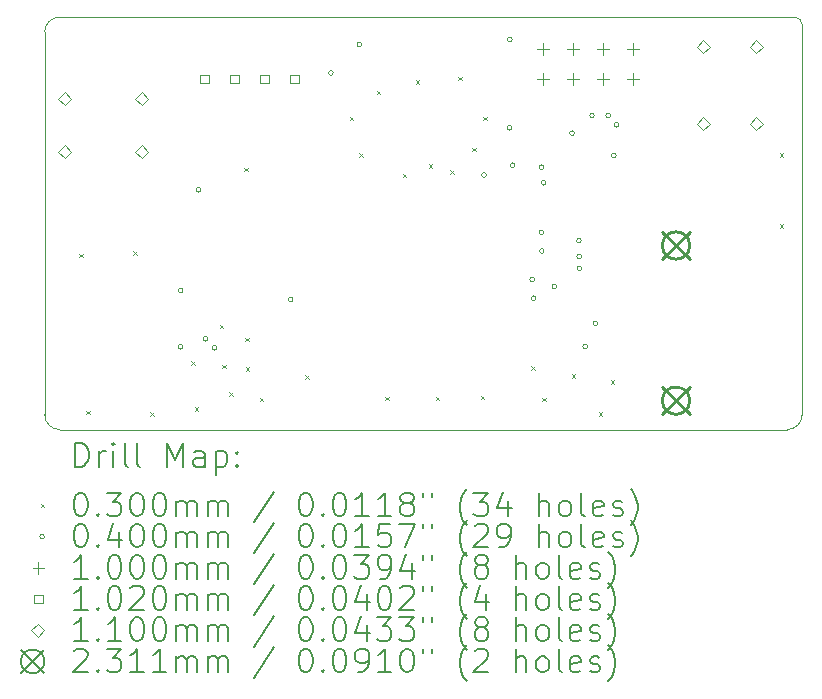
<source format=gbr>
%TF.GenerationSoftware,KiCad,Pcbnew,7.0.7*%
%TF.CreationDate,2023-10-24T17:10:39+02:00*%
%TF.ProjectId,Carte_Clavier,43617274-655f-4436-9c61-766965722e6b,rev?*%
%TF.SameCoordinates,Original*%
%TF.FileFunction,Drillmap*%
%TF.FilePolarity,Positive*%
%FSLAX45Y45*%
G04 Gerber Fmt 4.5, Leading zero omitted, Abs format (unit mm)*
G04 Created by KiCad (PCBNEW 7.0.7) date 2023-10-24 17:10:39*
%MOMM*%
%LPD*%
G01*
G04 APERTURE LIST*
%ADD10C,0.050000*%
%ADD11C,0.200000*%
%ADD12C,0.030000*%
%ADD13C,0.040000*%
%ADD14C,0.100000*%
%ADD15C,0.102000*%
%ADD16C,0.110000*%
%ADD17C,0.231140*%
G04 APERTURE END LIST*
D10*
X19177000Y-7874000D02*
G75*
G03*
X19113500Y-7810500I-63500J0D01*
G01*
X19113500Y-7810500D02*
X12890500Y-7810500D01*
X19177000Y-7874000D02*
X19177000Y-11176000D01*
X12763500Y-7937500D02*
X12763500Y-11176000D01*
X19050000Y-11303000D02*
X12890500Y-11303000D01*
X19050000Y-11303000D02*
G75*
G03*
X19177000Y-11176000I0J127000D01*
G01*
X12763500Y-11176000D02*
G75*
G03*
X12890500Y-11303000I127000J0D01*
G01*
X12890500Y-7810500D02*
G75*
G03*
X12763500Y-7937500I0J-127000D01*
G01*
D11*
D12*
X13055000Y-9815000D02*
X13085000Y-9845000D01*
X13085000Y-9815000D02*
X13055000Y-9845000D01*
X13115000Y-11145000D02*
X13145000Y-11175000D01*
X13145000Y-11145000D02*
X13115000Y-11175000D01*
X13515000Y-9795000D02*
X13545000Y-9825000D01*
X13545000Y-9795000D02*
X13515000Y-9825000D01*
X13655000Y-11155000D02*
X13685000Y-11185000D01*
X13685000Y-11155000D02*
X13655000Y-11185000D01*
X14005000Y-10725000D02*
X14035000Y-10755000D01*
X14035000Y-10725000D02*
X14005000Y-10755000D01*
X14035000Y-11115000D02*
X14065000Y-11145000D01*
X14065000Y-11115000D02*
X14035000Y-11145000D01*
X14245000Y-10415000D02*
X14275000Y-10445000D01*
X14275000Y-10415000D02*
X14245000Y-10445000D01*
X14265000Y-10755000D02*
X14295000Y-10785000D01*
X14295000Y-10755000D02*
X14265000Y-10785000D01*
X14325000Y-10985000D02*
X14355000Y-11015000D01*
X14355000Y-10985000D02*
X14325000Y-11015000D01*
X14455000Y-9085000D02*
X14485000Y-9115000D01*
X14485000Y-9085000D02*
X14455000Y-9115000D01*
X14463000Y-10526000D02*
X14493000Y-10556000D01*
X14493000Y-10526000D02*
X14463000Y-10556000D01*
X14465000Y-10775000D02*
X14495000Y-10805000D01*
X14495000Y-10775000D02*
X14465000Y-10805000D01*
X14585000Y-11035000D02*
X14615000Y-11065000D01*
X14615000Y-11035000D02*
X14585000Y-11065000D01*
X14971000Y-10843500D02*
X15001000Y-10873500D01*
X15001000Y-10843500D02*
X14971000Y-10873500D01*
X15345000Y-8655000D02*
X15375000Y-8685000D01*
X15375000Y-8655000D02*
X15345000Y-8685000D01*
X15425000Y-8965000D02*
X15455000Y-8995000D01*
X15455000Y-8965000D02*
X15425000Y-8995000D01*
X15575000Y-8435000D02*
X15605000Y-8465000D01*
X15605000Y-8435000D02*
X15575000Y-8465000D01*
X15645000Y-11025000D02*
X15675000Y-11055000D01*
X15675000Y-11025000D02*
X15645000Y-11055000D01*
X15795000Y-9135000D02*
X15825000Y-9165000D01*
X15825000Y-9135000D02*
X15795000Y-9165000D01*
X15905000Y-8345000D02*
X15935000Y-8375000D01*
X15935000Y-8345000D02*
X15905000Y-8375000D01*
X16015000Y-9055000D02*
X16045000Y-9085000D01*
X16045000Y-9055000D02*
X16015000Y-9085000D01*
X16075000Y-11025000D02*
X16105000Y-11055000D01*
X16105000Y-11025000D02*
X16075000Y-11055000D01*
X16195000Y-9105000D02*
X16225000Y-9135000D01*
X16225000Y-9105000D02*
X16195000Y-9135000D01*
X16265000Y-8315000D02*
X16295000Y-8345000D01*
X16295000Y-8315000D02*
X16265000Y-8345000D01*
X16385000Y-8915000D02*
X16415000Y-8945000D01*
X16415000Y-8915000D02*
X16385000Y-8945000D01*
X16455000Y-11015000D02*
X16485000Y-11045000D01*
X16485000Y-11015000D02*
X16455000Y-11045000D01*
X16475000Y-8655000D02*
X16505000Y-8685000D01*
X16505000Y-8655000D02*
X16475000Y-8685000D01*
X16885000Y-10765000D02*
X16915000Y-10795000D01*
X16915000Y-10765000D02*
X16885000Y-10795000D01*
X16975000Y-11035000D02*
X17005000Y-11065000D01*
X17005000Y-11035000D02*
X16975000Y-11065000D01*
X17225000Y-10835000D02*
X17255000Y-10865000D01*
X17255000Y-10835000D02*
X17225000Y-10865000D01*
X17455000Y-11155000D02*
X17485000Y-11185000D01*
X17485000Y-11155000D02*
X17455000Y-11185000D01*
X17555000Y-10885000D02*
X17585000Y-10915000D01*
X17585000Y-10885000D02*
X17555000Y-10915000D01*
X18985000Y-8965000D02*
X19015000Y-8995000D01*
X19015000Y-8965000D02*
X18985000Y-8995000D01*
X18985000Y-9565000D02*
X19015000Y-9595000D01*
X19015000Y-9565000D02*
X18985000Y-9595000D01*
D13*
X13934120Y-10124440D02*
G75*
G03*
X13934120Y-10124440I-20000J0D01*
G01*
X13934120Y-10601960D02*
G75*
G03*
X13934120Y-10601960I-20000J0D01*
G01*
X14086520Y-9273540D02*
G75*
G03*
X14086520Y-9273540I-20000J0D01*
G01*
X14144940Y-10535920D02*
G75*
G03*
X14144940Y-10535920I-20000J0D01*
G01*
X14221140Y-10612120D02*
G75*
G03*
X14221140Y-10612120I-20000J0D01*
G01*
X14866300Y-10203180D02*
G75*
G03*
X14866300Y-10203180I-20000J0D01*
G01*
X15206660Y-8282940D02*
G75*
G03*
X15206660Y-8282940I-20000J0D01*
G01*
X15447960Y-8041640D02*
G75*
G03*
X15447960Y-8041640I-20000J0D01*
G01*
X16502060Y-9147870D02*
G75*
G03*
X16502060Y-9147870I-20000J0D01*
G01*
X16717960Y-8747760D02*
G75*
G03*
X16717960Y-8747760I-20000J0D01*
G01*
X16720500Y-8001000D02*
G75*
G03*
X16720500Y-8001000I-20000J0D01*
G01*
X16745900Y-9065260D02*
G75*
G03*
X16745900Y-9065260I-20000J0D01*
G01*
X16911000Y-10033000D02*
G75*
G03*
X16911000Y-10033000I-20000J0D01*
G01*
X16923700Y-10190480D02*
G75*
G03*
X16923700Y-10190480I-20000J0D01*
G01*
X16989740Y-9080500D02*
G75*
G03*
X16989740Y-9080500I-20000J0D01*
G01*
X16989740Y-9633640D02*
G75*
G03*
X16989740Y-9633640I-20000J0D01*
G01*
X16992280Y-9791700D02*
G75*
G03*
X16992280Y-9791700I-20000J0D01*
G01*
X17007520Y-9212580D02*
G75*
G03*
X17007520Y-9212580I-20000J0D01*
G01*
X17098960Y-10091420D02*
G75*
G03*
X17098960Y-10091420I-20000J0D01*
G01*
X17248820Y-8793480D02*
G75*
G03*
X17248820Y-8793480I-20000J0D01*
G01*
X17307240Y-9702800D02*
G75*
G03*
X17307240Y-9702800I-20000J0D01*
G01*
X17309780Y-9837420D02*
G75*
G03*
X17309780Y-9837420I-20000J0D01*
G01*
X17309780Y-9937370D02*
G75*
G03*
X17309780Y-9937370I-20000J0D01*
G01*
X17360580Y-10599420D02*
G75*
G03*
X17360580Y-10599420I-20000J0D01*
G01*
X17417699Y-8644239D02*
G75*
G03*
X17417699Y-8644239I-20000J0D01*
G01*
X17446940Y-10403840D02*
G75*
G03*
X17446940Y-10403840I-20000J0D01*
G01*
X17553620Y-8643620D02*
G75*
G03*
X17553620Y-8643620I-20000J0D01*
G01*
X17601880Y-8983980D02*
G75*
G03*
X17601880Y-8983980I-20000J0D01*
G01*
X17624740Y-8723570D02*
G75*
G03*
X17624740Y-8723570I-20000J0D01*
G01*
D14*
X16979900Y-8032280D02*
X16979900Y-8132280D01*
X16929900Y-8082280D02*
X17029900Y-8082280D01*
X16979900Y-8286280D02*
X16979900Y-8386280D01*
X16929900Y-8336280D02*
X17029900Y-8336280D01*
X17233900Y-8032280D02*
X17233900Y-8132280D01*
X17183900Y-8082280D02*
X17283900Y-8082280D01*
X17233900Y-8286280D02*
X17233900Y-8386280D01*
X17183900Y-8336280D02*
X17283900Y-8336280D01*
X17487900Y-8032280D02*
X17487900Y-8132280D01*
X17437900Y-8082280D02*
X17537900Y-8082280D01*
X17487900Y-8286280D02*
X17487900Y-8386280D01*
X17437900Y-8336280D02*
X17537900Y-8336280D01*
X17741900Y-8032280D02*
X17741900Y-8132280D01*
X17691900Y-8082280D02*
X17791900Y-8082280D01*
X17741900Y-8286280D02*
X17741900Y-8386280D01*
X17691900Y-8336280D02*
X17791900Y-8336280D01*
D15*
X14152383Y-8371863D02*
X14152383Y-8299737D01*
X14080257Y-8299737D01*
X14080257Y-8371863D01*
X14152383Y-8371863D01*
X14406383Y-8371863D02*
X14406383Y-8299737D01*
X14334257Y-8299737D01*
X14334257Y-8371863D01*
X14406383Y-8371863D01*
X14660383Y-8371863D02*
X14660383Y-8299737D01*
X14588257Y-8299737D01*
X14588257Y-8371863D01*
X14660383Y-8371863D01*
X14914383Y-8371863D02*
X14914383Y-8299737D01*
X14842257Y-8299737D01*
X14842257Y-8371863D01*
X14914383Y-8371863D01*
D16*
X12933800Y-8557440D02*
X12988800Y-8502440D01*
X12933800Y-8447440D01*
X12878800Y-8502440D01*
X12933800Y-8557440D01*
X12933800Y-9007440D02*
X12988800Y-8952440D01*
X12933800Y-8897440D01*
X12878800Y-8952440D01*
X12933800Y-9007440D01*
X13583800Y-8557440D02*
X13638800Y-8502440D01*
X13583800Y-8447440D01*
X13528800Y-8502440D01*
X13583800Y-8557440D01*
X13583800Y-9007440D02*
X13638800Y-8952440D01*
X13583800Y-8897440D01*
X13528800Y-8952440D01*
X13583800Y-9007440D01*
X18339860Y-8117080D02*
X18394860Y-8062080D01*
X18339860Y-8007080D01*
X18284860Y-8062080D01*
X18339860Y-8117080D01*
X18339860Y-8767080D02*
X18394860Y-8712080D01*
X18339860Y-8657080D01*
X18284860Y-8712080D01*
X18339860Y-8767080D01*
X18789860Y-8117080D02*
X18844860Y-8062080D01*
X18789860Y-8007080D01*
X18734860Y-8062080D01*
X18789860Y-8117080D01*
X18789860Y-8767080D02*
X18844860Y-8712080D01*
X18789860Y-8657080D01*
X18734860Y-8712080D01*
X18789860Y-8767080D01*
D17*
X17993070Y-9629140D02*
X18224210Y-9860280D01*
X18224210Y-9629140D02*
X17993070Y-9860280D01*
X18224210Y-9744710D02*
G75*
G03*
X18224210Y-9744710I-115570J0D01*
G01*
X17993070Y-10942320D02*
X18224210Y-11173460D01*
X18224210Y-10942320D02*
X17993070Y-11173460D01*
X18224210Y-11057890D02*
G75*
G03*
X18224210Y-11057890I-115570J0D01*
G01*
D11*
X13021777Y-11616984D02*
X13021777Y-11416984D01*
X13021777Y-11416984D02*
X13069396Y-11416984D01*
X13069396Y-11416984D02*
X13097967Y-11426508D01*
X13097967Y-11426508D02*
X13117015Y-11445555D01*
X13117015Y-11445555D02*
X13126539Y-11464603D01*
X13126539Y-11464603D02*
X13136062Y-11502698D01*
X13136062Y-11502698D02*
X13136062Y-11531269D01*
X13136062Y-11531269D02*
X13126539Y-11569365D01*
X13126539Y-11569365D02*
X13117015Y-11588412D01*
X13117015Y-11588412D02*
X13097967Y-11607460D01*
X13097967Y-11607460D02*
X13069396Y-11616984D01*
X13069396Y-11616984D02*
X13021777Y-11616984D01*
X13221777Y-11616984D02*
X13221777Y-11483650D01*
X13221777Y-11521746D02*
X13231301Y-11502698D01*
X13231301Y-11502698D02*
X13240824Y-11493174D01*
X13240824Y-11493174D02*
X13259872Y-11483650D01*
X13259872Y-11483650D02*
X13278920Y-11483650D01*
X13345586Y-11616984D02*
X13345586Y-11483650D01*
X13345586Y-11416984D02*
X13336062Y-11426508D01*
X13336062Y-11426508D02*
X13345586Y-11436031D01*
X13345586Y-11436031D02*
X13355110Y-11426508D01*
X13355110Y-11426508D02*
X13345586Y-11416984D01*
X13345586Y-11416984D02*
X13345586Y-11436031D01*
X13469396Y-11616984D02*
X13450348Y-11607460D01*
X13450348Y-11607460D02*
X13440824Y-11588412D01*
X13440824Y-11588412D02*
X13440824Y-11416984D01*
X13574158Y-11616984D02*
X13555110Y-11607460D01*
X13555110Y-11607460D02*
X13545586Y-11588412D01*
X13545586Y-11588412D02*
X13545586Y-11416984D01*
X13802729Y-11616984D02*
X13802729Y-11416984D01*
X13802729Y-11416984D02*
X13869396Y-11559841D01*
X13869396Y-11559841D02*
X13936062Y-11416984D01*
X13936062Y-11416984D02*
X13936062Y-11616984D01*
X14117015Y-11616984D02*
X14117015Y-11512222D01*
X14117015Y-11512222D02*
X14107491Y-11493174D01*
X14107491Y-11493174D02*
X14088443Y-11483650D01*
X14088443Y-11483650D02*
X14050348Y-11483650D01*
X14050348Y-11483650D02*
X14031301Y-11493174D01*
X14117015Y-11607460D02*
X14097967Y-11616984D01*
X14097967Y-11616984D02*
X14050348Y-11616984D01*
X14050348Y-11616984D02*
X14031301Y-11607460D01*
X14031301Y-11607460D02*
X14021777Y-11588412D01*
X14021777Y-11588412D02*
X14021777Y-11569365D01*
X14021777Y-11569365D02*
X14031301Y-11550317D01*
X14031301Y-11550317D02*
X14050348Y-11540793D01*
X14050348Y-11540793D02*
X14097967Y-11540793D01*
X14097967Y-11540793D02*
X14117015Y-11531269D01*
X14212253Y-11483650D02*
X14212253Y-11683650D01*
X14212253Y-11493174D02*
X14231301Y-11483650D01*
X14231301Y-11483650D02*
X14269396Y-11483650D01*
X14269396Y-11483650D02*
X14288443Y-11493174D01*
X14288443Y-11493174D02*
X14297967Y-11502698D01*
X14297967Y-11502698D02*
X14307491Y-11521746D01*
X14307491Y-11521746D02*
X14307491Y-11578888D01*
X14307491Y-11578888D02*
X14297967Y-11597936D01*
X14297967Y-11597936D02*
X14288443Y-11607460D01*
X14288443Y-11607460D02*
X14269396Y-11616984D01*
X14269396Y-11616984D02*
X14231301Y-11616984D01*
X14231301Y-11616984D02*
X14212253Y-11607460D01*
X14393205Y-11597936D02*
X14402729Y-11607460D01*
X14402729Y-11607460D02*
X14393205Y-11616984D01*
X14393205Y-11616984D02*
X14383682Y-11607460D01*
X14383682Y-11607460D02*
X14393205Y-11597936D01*
X14393205Y-11597936D02*
X14393205Y-11616984D01*
X14393205Y-11493174D02*
X14402729Y-11502698D01*
X14402729Y-11502698D02*
X14393205Y-11512222D01*
X14393205Y-11512222D02*
X14383682Y-11502698D01*
X14383682Y-11502698D02*
X14393205Y-11493174D01*
X14393205Y-11493174D02*
X14393205Y-11512222D01*
D12*
X12731000Y-11930500D02*
X12761000Y-11960500D01*
X12761000Y-11930500D02*
X12731000Y-11960500D01*
D11*
X13059872Y-11836984D02*
X13078920Y-11836984D01*
X13078920Y-11836984D02*
X13097967Y-11846508D01*
X13097967Y-11846508D02*
X13107491Y-11856031D01*
X13107491Y-11856031D02*
X13117015Y-11875079D01*
X13117015Y-11875079D02*
X13126539Y-11913174D01*
X13126539Y-11913174D02*
X13126539Y-11960793D01*
X13126539Y-11960793D02*
X13117015Y-11998888D01*
X13117015Y-11998888D02*
X13107491Y-12017936D01*
X13107491Y-12017936D02*
X13097967Y-12027460D01*
X13097967Y-12027460D02*
X13078920Y-12036984D01*
X13078920Y-12036984D02*
X13059872Y-12036984D01*
X13059872Y-12036984D02*
X13040824Y-12027460D01*
X13040824Y-12027460D02*
X13031301Y-12017936D01*
X13031301Y-12017936D02*
X13021777Y-11998888D01*
X13021777Y-11998888D02*
X13012253Y-11960793D01*
X13012253Y-11960793D02*
X13012253Y-11913174D01*
X13012253Y-11913174D02*
X13021777Y-11875079D01*
X13021777Y-11875079D02*
X13031301Y-11856031D01*
X13031301Y-11856031D02*
X13040824Y-11846508D01*
X13040824Y-11846508D02*
X13059872Y-11836984D01*
X13212253Y-12017936D02*
X13221777Y-12027460D01*
X13221777Y-12027460D02*
X13212253Y-12036984D01*
X13212253Y-12036984D02*
X13202729Y-12027460D01*
X13202729Y-12027460D02*
X13212253Y-12017936D01*
X13212253Y-12017936D02*
X13212253Y-12036984D01*
X13288443Y-11836984D02*
X13412253Y-11836984D01*
X13412253Y-11836984D02*
X13345586Y-11913174D01*
X13345586Y-11913174D02*
X13374158Y-11913174D01*
X13374158Y-11913174D02*
X13393205Y-11922698D01*
X13393205Y-11922698D02*
X13402729Y-11932222D01*
X13402729Y-11932222D02*
X13412253Y-11951269D01*
X13412253Y-11951269D02*
X13412253Y-11998888D01*
X13412253Y-11998888D02*
X13402729Y-12017936D01*
X13402729Y-12017936D02*
X13393205Y-12027460D01*
X13393205Y-12027460D02*
X13374158Y-12036984D01*
X13374158Y-12036984D02*
X13317015Y-12036984D01*
X13317015Y-12036984D02*
X13297967Y-12027460D01*
X13297967Y-12027460D02*
X13288443Y-12017936D01*
X13536062Y-11836984D02*
X13555110Y-11836984D01*
X13555110Y-11836984D02*
X13574158Y-11846508D01*
X13574158Y-11846508D02*
X13583682Y-11856031D01*
X13583682Y-11856031D02*
X13593205Y-11875079D01*
X13593205Y-11875079D02*
X13602729Y-11913174D01*
X13602729Y-11913174D02*
X13602729Y-11960793D01*
X13602729Y-11960793D02*
X13593205Y-11998888D01*
X13593205Y-11998888D02*
X13583682Y-12017936D01*
X13583682Y-12017936D02*
X13574158Y-12027460D01*
X13574158Y-12027460D02*
X13555110Y-12036984D01*
X13555110Y-12036984D02*
X13536062Y-12036984D01*
X13536062Y-12036984D02*
X13517015Y-12027460D01*
X13517015Y-12027460D02*
X13507491Y-12017936D01*
X13507491Y-12017936D02*
X13497967Y-11998888D01*
X13497967Y-11998888D02*
X13488443Y-11960793D01*
X13488443Y-11960793D02*
X13488443Y-11913174D01*
X13488443Y-11913174D02*
X13497967Y-11875079D01*
X13497967Y-11875079D02*
X13507491Y-11856031D01*
X13507491Y-11856031D02*
X13517015Y-11846508D01*
X13517015Y-11846508D02*
X13536062Y-11836984D01*
X13726539Y-11836984D02*
X13745586Y-11836984D01*
X13745586Y-11836984D02*
X13764634Y-11846508D01*
X13764634Y-11846508D02*
X13774158Y-11856031D01*
X13774158Y-11856031D02*
X13783682Y-11875079D01*
X13783682Y-11875079D02*
X13793205Y-11913174D01*
X13793205Y-11913174D02*
X13793205Y-11960793D01*
X13793205Y-11960793D02*
X13783682Y-11998888D01*
X13783682Y-11998888D02*
X13774158Y-12017936D01*
X13774158Y-12017936D02*
X13764634Y-12027460D01*
X13764634Y-12027460D02*
X13745586Y-12036984D01*
X13745586Y-12036984D02*
X13726539Y-12036984D01*
X13726539Y-12036984D02*
X13707491Y-12027460D01*
X13707491Y-12027460D02*
X13697967Y-12017936D01*
X13697967Y-12017936D02*
X13688443Y-11998888D01*
X13688443Y-11998888D02*
X13678920Y-11960793D01*
X13678920Y-11960793D02*
X13678920Y-11913174D01*
X13678920Y-11913174D02*
X13688443Y-11875079D01*
X13688443Y-11875079D02*
X13697967Y-11856031D01*
X13697967Y-11856031D02*
X13707491Y-11846508D01*
X13707491Y-11846508D02*
X13726539Y-11836984D01*
X13878920Y-12036984D02*
X13878920Y-11903650D01*
X13878920Y-11922698D02*
X13888443Y-11913174D01*
X13888443Y-11913174D02*
X13907491Y-11903650D01*
X13907491Y-11903650D02*
X13936063Y-11903650D01*
X13936063Y-11903650D02*
X13955110Y-11913174D01*
X13955110Y-11913174D02*
X13964634Y-11932222D01*
X13964634Y-11932222D02*
X13964634Y-12036984D01*
X13964634Y-11932222D02*
X13974158Y-11913174D01*
X13974158Y-11913174D02*
X13993205Y-11903650D01*
X13993205Y-11903650D02*
X14021777Y-11903650D01*
X14021777Y-11903650D02*
X14040824Y-11913174D01*
X14040824Y-11913174D02*
X14050348Y-11932222D01*
X14050348Y-11932222D02*
X14050348Y-12036984D01*
X14145586Y-12036984D02*
X14145586Y-11903650D01*
X14145586Y-11922698D02*
X14155110Y-11913174D01*
X14155110Y-11913174D02*
X14174158Y-11903650D01*
X14174158Y-11903650D02*
X14202729Y-11903650D01*
X14202729Y-11903650D02*
X14221777Y-11913174D01*
X14221777Y-11913174D02*
X14231301Y-11932222D01*
X14231301Y-11932222D02*
X14231301Y-12036984D01*
X14231301Y-11932222D02*
X14240824Y-11913174D01*
X14240824Y-11913174D02*
X14259872Y-11903650D01*
X14259872Y-11903650D02*
X14288443Y-11903650D01*
X14288443Y-11903650D02*
X14307491Y-11913174D01*
X14307491Y-11913174D02*
X14317015Y-11932222D01*
X14317015Y-11932222D02*
X14317015Y-12036984D01*
X14707491Y-11827460D02*
X14536063Y-12084603D01*
X14964634Y-11836984D02*
X14983682Y-11836984D01*
X14983682Y-11836984D02*
X15002729Y-11846508D01*
X15002729Y-11846508D02*
X15012253Y-11856031D01*
X15012253Y-11856031D02*
X15021777Y-11875079D01*
X15021777Y-11875079D02*
X15031301Y-11913174D01*
X15031301Y-11913174D02*
X15031301Y-11960793D01*
X15031301Y-11960793D02*
X15021777Y-11998888D01*
X15021777Y-11998888D02*
X15012253Y-12017936D01*
X15012253Y-12017936D02*
X15002729Y-12027460D01*
X15002729Y-12027460D02*
X14983682Y-12036984D01*
X14983682Y-12036984D02*
X14964634Y-12036984D01*
X14964634Y-12036984D02*
X14945586Y-12027460D01*
X14945586Y-12027460D02*
X14936063Y-12017936D01*
X14936063Y-12017936D02*
X14926539Y-11998888D01*
X14926539Y-11998888D02*
X14917015Y-11960793D01*
X14917015Y-11960793D02*
X14917015Y-11913174D01*
X14917015Y-11913174D02*
X14926539Y-11875079D01*
X14926539Y-11875079D02*
X14936063Y-11856031D01*
X14936063Y-11856031D02*
X14945586Y-11846508D01*
X14945586Y-11846508D02*
X14964634Y-11836984D01*
X15117015Y-12017936D02*
X15126539Y-12027460D01*
X15126539Y-12027460D02*
X15117015Y-12036984D01*
X15117015Y-12036984D02*
X15107491Y-12027460D01*
X15107491Y-12027460D02*
X15117015Y-12017936D01*
X15117015Y-12017936D02*
X15117015Y-12036984D01*
X15250348Y-11836984D02*
X15269396Y-11836984D01*
X15269396Y-11836984D02*
X15288444Y-11846508D01*
X15288444Y-11846508D02*
X15297967Y-11856031D01*
X15297967Y-11856031D02*
X15307491Y-11875079D01*
X15307491Y-11875079D02*
X15317015Y-11913174D01*
X15317015Y-11913174D02*
X15317015Y-11960793D01*
X15317015Y-11960793D02*
X15307491Y-11998888D01*
X15307491Y-11998888D02*
X15297967Y-12017936D01*
X15297967Y-12017936D02*
X15288444Y-12027460D01*
X15288444Y-12027460D02*
X15269396Y-12036984D01*
X15269396Y-12036984D02*
X15250348Y-12036984D01*
X15250348Y-12036984D02*
X15231301Y-12027460D01*
X15231301Y-12027460D02*
X15221777Y-12017936D01*
X15221777Y-12017936D02*
X15212253Y-11998888D01*
X15212253Y-11998888D02*
X15202729Y-11960793D01*
X15202729Y-11960793D02*
X15202729Y-11913174D01*
X15202729Y-11913174D02*
X15212253Y-11875079D01*
X15212253Y-11875079D02*
X15221777Y-11856031D01*
X15221777Y-11856031D02*
X15231301Y-11846508D01*
X15231301Y-11846508D02*
X15250348Y-11836984D01*
X15507491Y-12036984D02*
X15393206Y-12036984D01*
X15450348Y-12036984D02*
X15450348Y-11836984D01*
X15450348Y-11836984D02*
X15431301Y-11865555D01*
X15431301Y-11865555D02*
X15412253Y-11884603D01*
X15412253Y-11884603D02*
X15393206Y-11894127D01*
X15697967Y-12036984D02*
X15583682Y-12036984D01*
X15640825Y-12036984D02*
X15640825Y-11836984D01*
X15640825Y-11836984D02*
X15621777Y-11865555D01*
X15621777Y-11865555D02*
X15602729Y-11884603D01*
X15602729Y-11884603D02*
X15583682Y-11894127D01*
X15812253Y-11922698D02*
X15793206Y-11913174D01*
X15793206Y-11913174D02*
X15783682Y-11903650D01*
X15783682Y-11903650D02*
X15774158Y-11884603D01*
X15774158Y-11884603D02*
X15774158Y-11875079D01*
X15774158Y-11875079D02*
X15783682Y-11856031D01*
X15783682Y-11856031D02*
X15793206Y-11846508D01*
X15793206Y-11846508D02*
X15812253Y-11836984D01*
X15812253Y-11836984D02*
X15850348Y-11836984D01*
X15850348Y-11836984D02*
X15869396Y-11846508D01*
X15869396Y-11846508D02*
X15878920Y-11856031D01*
X15878920Y-11856031D02*
X15888444Y-11875079D01*
X15888444Y-11875079D02*
X15888444Y-11884603D01*
X15888444Y-11884603D02*
X15878920Y-11903650D01*
X15878920Y-11903650D02*
X15869396Y-11913174D01*
X15869396Y-11913174D02*
X15850348Y-11922698D01*
X15850348Y-11922698D02*
X15812253Y-11922698D01*
X15812253Y-11922698D02*
X15793206Y-11932222D01*
X15793206Y-11932222D02*
X15783682Y-11941746D01*
X15783682Y-11941746D02*
X15774158Y-11960793D01*
X15774158Y-11960793D02*
X15774158Y-11998888D01*
X15774158Y-11998888D02*
X15783682Y-12017936D01*
X15783682Y-12017936D02*
X15793206Y-12027460D01*
X15793206Y-12027460D02*
X15812253Y-12036984D01*
X15812253Y-12036984D02*
X15850348Y-12036984D01*
X15850348Y-12036984D02*
X15869396Y-12027460D01*
X15869396Y-12027460D02*
X15878920Y-12017936D01*
X15878920Y-12017936D02*
X15888444Y-11998888D01*
X15888444Y-11998888D02*
X15888444Y-11960793D01*
X15888444Y-11960793D02*
X15878920Y-11941746D01*
X15878920Y-11941746D02*
X15869396Y-11932222D01*
X15869396Y-11932222D02*
X15850348Y-11922698D01*
X15964634Y-11836984D02*
X15964634Y-11875079D01*
X16040825Y-11836984D02*
X16040825Y-11875079D01*
X16336063Y-12113174D02*
X16326539Y-12103650D01*
X16326539Y-12103650D02*
X16307491Y-12075079D01*
X16307491Y-12075079D02*
X16297968Y-12056031D01*
X16297968Y-12056031D02*
X16288444Y-12027460D01*
X16288444Y-12027460D02*
X16278920Y-11979841D01*
X16278920Y-11979841D02*
X16278920Y-11941746D01*
X16278920Y-11941746D02*
X16288444Y-11894127D01*
X16288444Y-11894127D02*
X16297968Y-11865555D01*
X16297968Y-11865555D02*
X16307491Y-11846508D01*
X16307491Y-11846508D02*
X16326539Y-11817936D01*
X16326539Y-11817936D02*
X16336063Y-11808412D01*
X16393206Y-11836984D02*
X16517015Y-11836984D01*
X16517015Y-11836984D02*
X16450348Y-11913174D01*
X16450348Y-11913174D02*
X16478920Y-11913174D01*
X16478920Y-11913174D02*
X16497968Y-11922698D01*
X16497968Y-11922698D02*
X16507491Y-11932222D01*
X16507491Y-11932222D02*
X16517015Y-11951269D01*
X16517015Y-11951269D02*
X16517015Y-11998888D01*
X16517015Y-11998888D02*
X16507491Y-12017936D01*
X16507491Y-12017936D02*
X16497968Y-12027460D01*
X16497968Y-12027460D02*
X16478920Y-12036984D01*
X16478920Y-12036984D02*
X16421777Y-12036984D01*
X16421777Y-12036984D02*
X16402729Y-12027460D01*
X16402729Y-12027460D02*
X16393206Y-12017936D01*
X16688444Y-11903650D02*
X16688444Y-12036984D01*
X16640825Y-11827460D02*
X16593206Y-11970317D01*
X16593206Y-11970317D02*
X16717015Y-11970317D01*
X16945587Y-12036984D02*
X16945587Y-11836984D01*
X17031301Y-12036984D02*
X17031301Y-11932222D01*
X17031301Y-11932222D02*
X17021777Y-11913174D01*
X17021777Y-11913174D02*
X17002730Y-11903650D01*
X17002730Y-11903650D02*
X16974158Y-11903650D01*
X16974158Y-11903650D02*
X16955111Y-11913174D01*
X16955111Y-11913174D02*
X16945587Y-11922698D01*
X17155111Y-12036984D02*
X17136063Y-12027460D01*
X17136063Y-12027460D02*
X17126539Y-12017936D01*
X17126539Y-12017936D02*
X17117015Y-11998888D01*
X17117015Y-11998888D02*
X17117015Y-11941746D01*
X17117015Y-11941746D02*
X17126539Y-11922698D01*
X17126539Y-11922698D02*
X17136063Y-11913174D01*
X17136063Y-11913174D02*
X17155111Y-11903650D01*
X17155111Y-11903650D02*
X17183682Y-11903650D01*
X17183682Y-11903650D02*
X17202730Y-11913174D01*
X17202730Y-11913174D02*
X17212253Y-11922698D01*
X17212253Y-11922698D02*
X17221777Y-11941746D01*
X17221777Y-11941746D02*
X17221777Y-11998888D01*
X17221777Y-11998888D02*
X17212253Y-12017936D01*
X17212253Y-12017936D02*
X17202730Y-12027460D01*
X17202730Y-12027460D02*
X17183682Y-12036984D01*
X17183682Y-12036984D02*
X17155111Y-12036984D01*
X17336063Y-12036984D02*
X17317015Y-12027460D01*
X17317015Y-12027460D02*
X17307492Y-12008412D01*
X17307492Y-12008412D02*
X17307492Y-11836984D01*
X17488444Y-12027460D02*
X17469396Y-12036984D01*
X17469396Y-12036984D02*
X17431301Y-12036984D01*
X17431301Y-12036984D02*
X17412253Y-12027460D01*
X17412253Y-12027460D02*
X17402730Y-12008412D01*
X17402730Y-12008412D02*
X17402730Y-11932222D01*
X17402730Y-11932222D02*
X17412253Y-11913174D01*
X17412253Y-11913174D02*
X17431301Y-11903650D01*
X17431301Y-11903650D02*
X17469396Y-11903650D01*
X17469396Y-11903650D02*
X17488444Y-11913174D01*
X17488444Y-11913174D02*
X17497968Y-11932222D01*
X17497968Y-11932222D02*
X17497968Y-11951269D01*
X17497968Y-11951269D02*
X17402730Y-11970317D01*
X17574158Y-12027460D02*
X17593206Y-12036984D01*
X17593206Y-12036984D02*
X17631301Y-12036984D01*
X17631301Y-12036984D02*
X17650349Y-12027460D01*
X17650349Y-12027460D02*
X17659873Y-12008412D01*
X17659873Y-12008412D02*
X17659873Y-11998888D01*
X17659873Y-11998888D02*
X17650349Y-11979841D01*
X17650349Y-11979841D02*
X17631301Y-11970317D01*
X17631301Y-11970317D02*
X17602730Y-11970317D01*
X17602730Y-11970317D02*
X17583682Y-11960793D01*
X17583682Y-11960793D02*
X17574158Y-11941746D01*
X17574158Y-11941746D02*
X17574158Y-11932222D01*
X17574158Y-11932222D02*
X17583682Y-11913174D01*
X17583682Y-11913174D02*
X17602730Y-11903650D01*
X17602730Y-11903650D02*
X17631301Y-11903650D01*
X17631301Y-11903650D02*
X17650349Y-11913174D01*
X17726539Y-12113174D02*
X17736063Y-12103650D01*
X17736063Y-12103650D02*
X17755111Y-12075079D01*
X17755111Y-12075079D02*
X17764634Y-12056031D01*
X17764634Y-12056031D02*
X17774158Y-12027460D01*
X17774158Y-12027460D02*
X17783682Y-11979841D01*
X17783682Y-11979841D02*
X17783682Y-11941746D01*
X17783682Y-11941746D02*
X17774158Y-11894127D01*
X17774158Y-11894127D02*
X17764634Y-11865555D01*
X17764634Y-11865555D02*
X17755111Y-11846508D01*
X17755111Y-11846508D02*
X17736063Y-11817936D01*
X17736063Y-11817936D02*
X17726539Y-11808412D01*
D13*
X12761000Y-12209500D02*
G75*
G03*
X12761000Y-12209500I-20000J0D01*
G01*
D11*
X13059872Y-12100984D02*
X13078920Y-12100984D01*
X13078920Y-12100984D02*
X13097967Y-12110508D01*
X13097967Y-12110508D02*
X13107491Y-12120031D01*
X13107491Y-12120031D02*
X13117015Y-12139079D01*
X13117015Y-12139079D02*
X13126539Y-12177174D01*
X13126539Y-12177174D02*
X13126539Y-12224793D01*
X13126539Y-12224793D02*
X13117015Y-12262888D01*
X13117015Y-12262888D02*
X13107491Y-12281936D01*
X13107491Y-12281936D02*
X13097967Y-12291460D01*
X13097967Y-12291460D02*
X13078920Y-12300984D01*
X13078920Y-12300984D02*
X13059872Y-12300984D01*
X13059872Y-12300984D02*
X13040824Y-12291460D01*
X13040824Y-12291460D02*
X13031301Y-12281936D01*
X13031301Y-12281936D02*
X13021777Y-12262888D01*
X13021777Y-12262888D02*
X13012253Y-12224793D01*
X13012253Y-12224793D02*
X13012253Y-12177174D01*
X13012253Y-12177174D02*
X13021777Y-12139079D01*
X13021777Y-12139079D02*
X13031301Y-12120031D01*
X13031301Y-12120031D02*
X13040824Y-12110508D01*
X13040824Y-12110508D02*
X13059872Y-12100984D01*
X13212253Y-12281936D02*
X13221777Y-12291460D01*
X13221777Y-12291460D02*
X13212253Y-12300984D01*
X13212253Y-12300984D02*
X13202729Y-12291460D01*
X13202729Y-12291460D02*
X13212253Y-12281936D01*
X13212253Y-12281936D02*
X13212253Y-12300984D01*
X13393205Y-12167650D02*
X13393205Y-12300984D01*
X13345586Y-12091460D02*
X13297967Y-12234317D01*
X13297967Y-12234317D02*
X13421777Y-12234317D01*
X13536062Y-12100984D02*
X13555110Y-12100984D01*
X13555110Y-12100984D02*
X13574158Y-12110508D01*
X13574158Y-12110508D02*
X13583682Y-12120031D01*
X13583682Y-12120031D02*
X13593205Y-12139079D01*
X13593205Y-12139079D02*
X13602729Y-12177174D01*
X13602729Y-12177174D02*
X13602729Y-12224793D01*
X13602729Y-12224793D02*
X13593205Y-12262888D01*
X13593205Y-12262888D02*
X13583682Y-12281936D01*
X13583682Y-12281936D02*
X13574158Y-12291460D01*
X13574158Y-12291460D02*
X13555110Y-12300984D01*
X13555110Y-12300984D02*
X13536062Y-12300984D01*
X13536062Y-12300984D02*
X13517015Y-12291460D01*
X13517015Y-12291460D02*
X13507491Y-12281936D01*
X13507491Y-12281936D02*
X13497967Y-12262888D01*
X13497967Y-12262888D02*
X13488443Y-12224793D01*
X13488443Y-12224793D02*
X13488443Y-12177174D01*
X13488443Y-12177174D02*
X13497967Y-12139079D01*
X13497967Y-12139079D02*
X13507491Y-12120031D01*
X13507491Y-12120031D02*
X13517015Y-12110508D01*
X13517015Y-12110508D02*
X13536062Y-12100984D01*
X13726539Y-12100984D02*
X13745586Y-12100984D01*
X13745586Y-12100984D02*
X13764634Y-12110508D01*
X13764634Y-12110508D02*
X13774158Y-12120031D01*
X13774158Y-12120031D02*
X13783682Y-12139079D01*
X13783682Y-12139079D02*
X13793205Y-12177174D01*
X13793205Y-12177174D02*
X13793205Y-12224793D01*
X13793205Y-12224793D02*
X13783682Y-12262888D01*
X13783682Y-12262888D02*
X13774158Y-12281936D01*
X13774158Y-12281936D02*
X13764634Y-12291460D01*
X13764634Y-12291460D02*
X13745586Y-12300984D01*
X13745586Y-12300984D02*
X13726539Y-12300984D01*
X13726539Y-12300984D02*
X13707491Y-12291460D01*
X13707491Y-12291460D02*
X13697967Y-12281936D01*
X13697967Y-12281936D02*
X13688443Y-12262888D01*
X13688443Y-12262888D02*
X13678920Y-12224793D01*
X13678920Y-12224793D02*
X13678920Y-12177174D01*
X13678920Y-12177174D02*
X13688443Y-12139079D01*
X13688443Y-12139079D02*
X13697967Y-12120031D01*
X13697967Y-12120031D02*
X13707491Y-12110508D01*
X13707491Y-12110508D02*
X13726539Y-12100984D01*
X13878920Y-12300984D02*
X13878920Y-12167650D01*
X13878920Y-12186698D02*
X13888443Y-12177174D01*
X13888443Y-12177174D02*
X13907491Y-12167650D01*
X13907491Y-12167650D02*
X13936063Y-12167650D01*
X13936063Y-12167650D02*
X13955110Y-12177174D01*
X13955110Y-12177174D02*
X13964634Y-12196222D01*
X13964634Y-12196222D02*
X13964634Y-12300984D01*
X13964634Y-12196222D02*
X13974158Y-12177174D01*
X13974158Y-12177174D02*
X13993205Y-12167650D01*
X13993205Y-12167650D02*
X14021777Y-12167650D01*
X14021777Y-12167650D02*
X14040824Y-12177174D01*
X14040824Y-12177174D02*
X14050348Y-12196222D01*
X14050348Y-12196222D02*
X14050348Y-12300984D01*
X14145586Y-12300984D02*
X14145586Y-12167650D01*
X14145586Y-12186698D02*
X14155110Y-12177174D01*
X14155110Y-12177174D02*
X14174158Y-12167650D01*
X14174158Y-12167650D02*
X14202729Y-12167650D01*
X14202729Y-12167650D02*
X14221777Y-12177174D01*
X14221777Y-12177174D02*
X14231301Y-12196222D01*
X14231301Y-12196222D02*
X14231301Y-12300984D01*
X14231301Y-12196222D02*
X14240824Y-12177174D01*
X14240824Y-12177174D02*
X14259872Y-12167650D01*
X14259872Y-12167650D02*
X14288443Y-12167650D01*
X14288443Y-12167650D02*
X14307491Y-12177174D01*
X14307491Y-12177174D02*
X14317015Y-12196222D01*
X14317015Y-12196222D02*
X14317015Y-12300984D01*
X14707491Y-12091460D02*
X14536063Y-12348603D01*
X14964634Y-12100984D02*
X14983682Y-12100984D01*
X14983682Y-12100984D02*
X15002729Y-12110508D01*
X15002729Y-12110508D02*
X15012253Y-12120031D01*
X15012253Y-12120031D02*
X15021777Y-12139079D01*
X15021777Y-12139079D02*
X15031301Y-12177174D01*
X15031301Y-12177174D02*
X15031301Y-12224793D01*
X15031301Y-12224793D02*
X15021777Y-12262888D01*
X15021777Y-12262888D02*
X15012253Y-12281936D01*
X15012253Y-12281936D02*
X15002729Y-12291460D01*
X15002729Y-12291460D02*
X14983682Y-12300984D01*
X14983682Y-12300984D02*
X14964634Y-12300984D01*
X14964634Y-12300984D02*
X14945586Y-12291460D01*
X14945586Y-12291460D02*
X14936063Y-12281936D01*
X14936063Y-12281936D02*
X14926539Y-12262888D01*
X14926539Y-12262888D02*
X14917015Y-12224793D01*
X14917015Y-12224793D02*
X14917015Y-12177174D01*
X14917015Y-12177174D02*
X14926539Y-12139079D01*
X14926539Y-12139079D02*
X14936063Y-12120031D01*
X14936063Y-12120031D02*
X14945586Y-12110508D01*
X14945586Y-12110508D02*
X14964634Y-12100984D01*
X15117015Y-12281936D02*
X15126539Y-12291460D01*
X15126539Y-12291460D02*
X15117015Y-12300984D01*
X15117015Y-12300984D02*
X15107491Y-12291460D01*
X15107491Y-12291460D02*
X15117015Y-12281936D01*
X15117015Y-12281936D02*
X15117015Y-12300984D01*
X15250348Y-12100984D02*
X15269396Y-12100984D01*
X15269396Y-12100984D02*
X15288444Y-12110508D01*
X15288444Y-12110508D02*
X15297967Y-12120031D01*
X15297967Y-12120031D02*
X15307491Y-12139079D01*
X15307491Y-12139079D02*
X15317015Y-12177174D01*
X15317015Y-12177174D02*
X15317015Y-12224793D01*
X15317015Y-12224793D02*
X15307491Y-12262888D01*
X15307491Y-12262888D02*
X15297967Y-12281936D01*
X15297967Y-12281936D02*
X15288444Y-12291460D01*
X15288444Y-12291460D02*
X15269396Y-12300984D01*
X15269396Y-12300984D02*
X15250348Y-12300984D01*
X15250348Y-12300984D02*
X15231301Y-12291460D01*
X15231301Y-12291460D02*
X15221777Y-12281936D01*
X15221777Y-12281936D02*
X15212253Y-12262888D01*
X15212253Y-12262888D02*
X15202729Y-12224793D01*
X15202729Y-12224793D02*
X15202729Y-12177174D01*
X15202729Y-12177174D02*
X15212253Y-12139079D01*
X15212253Y-12139079D02*
X15221777Y-12120031D01*
X15221777Y-12120031D02*
X15231301Y-12110508D01*
X15231301Y-12110508D02*
X15250348Y-12100984D01*
X15507491Y-12300984D02*
X15393206Y-12300984D01*
X15450348Y-12300984D02*
X15450348Y-12100984D01*
X15450348Y-12100984D02*
X15431301Y-12129555D01*
X15431301Y-12129555D02*
X15412253Y-12148603D01*
X15412253Y-12148603D02*
X15393206Y-12158127D01*
X15688444Y-12100984D02*
X15593206Y-12100984D01*
X15593206Y-12100984D02*
X15583682Y-12196222D01*
X15583682Y-12196222D02*
X15593206Y-12186698D01*
X15593206Y-12186698D02*
X15612253Y-12177174D01*
X15612253Y-12177174D02*
X15659872Y-12177174D01*
X15659872Y-12177174D02*
X15678920Y-12186698D01*
X15678920Y-12186698D02*
X15688444Y-12196222D01*
X15688444Y-12196222D02*
X15697967Y-12215269D01*
X15697967Y-12215269D02*
X15697967Y-12262888D01*
X15697967Y-12262888D02*
X15688444Y-12281936D01*
X15688444Y-12281936D02*
X15678920Y-12291460D01*
X15678920Y-12291460D02*
X15659872Y-12300984D01*
X15659872Y-12300984D02*
X15612253Y-12300984D01*
X15612253Y-12300984D02*
X15593206Y-12291460D01*
X15593206Y-12291460D02*
X15583682Y-12281936D01*
X15764634Y-12100984D02*
X15897967Y-12100984D01*
X15897967Y-12100984D02*
X15812253Y-12300984D01*
X15964634Y-12100984D02*
X15964634Y-12139079D01*
X16040825Y-12100984D02*
X16040825Y-12139079D01*
X16336063Y-12377174D02*
X16326539Y-12367650D01*
X16326539Y-12367650D02*
X16307491Y-12339079D01*
X16307491Y-12339079D02*
X16297968Y-12320031D01*
X16297968Y-12320031D02*
X16288444Y-12291460D01*
X16288444Y-12291460D02*
X16278920Y-12243841D01*
X16278920Y-12243841D02*
X16278920Y-12205746D01*
X16278920Y-12205746D02*
X16288444Y-12158127D01*
X16288444Y-12158127D02*
X16297968Y-12129555D01*
X16297968Y-12129555D02*
X16307491Y-12110508D01*
X16307491Y-12110508D02*
X16326539Y-12081936D01*
X16326539Y-12081936D02*
X16336063Y-12072412D01*
X16402729Y-12120031D02*
X16412253Y-12110508D01*
X16412253Y-12110508D02*
X16431301Y-12100984D01*
X16431301Y-12100984D02*
X16478920Y-12100984D01*
X16478920Y-12100984D02*
X16497968Y-12110508D01*
X16497968Y-12110508D02*
X16507491Y-12120031D01*
X16507491Y-12120031D02*
X16517015Y-12139079D01*
X16517015Y-12139079D02*
X16517015Y-12158127D01*
X16517015Y-12158127D02*
X16507491Y-12186698D01*
X16507491Y-12186698D02*
X16393206Y-12300984D01*
X16393206Y-12300984D02*
X16517015Y-12300984D01*
X16612253Y-12300984D02*
X16650348Y-12300984D01*
X16650348Y-12300984D02*
X16669396Y-12291460D01*
X16669396Y-12291460D02*
X16678920Y-12281936D01*
X16678920Y-12281936D02*
X16697968Y-12253365D01*
X16697968Y-12253365D02*
X16707491Y-12215269D01*
X16707491Y-12215269D02*
X16707491Y-12139079D01*
X16707491Y-12139079D02*
X16697968Y-12120031D01*
X16697968Y-12120031D02*
X16688444Y-12110508D01*
X16688444Y-12110508D02*
X16669396Y-12100984D01*
X16669396Y-12100984D02*
X16631301Y-12100984D01*
X16631301Y-12100984D02*
X16612253Y-12110508D01*
X16612253Y-12110508D02*
X16602729Y-12120031D01*
X16602729Y-12120031D02*
X16593206Y-12139079D01*
X16593206Y-12139079D02*
X16593206Y-12186698D01*
X16593206Y-12186698D02*
X16602729Y-12205746D01*
X16602729Y-12205746D02*
X16612253Y-12215269D01*
X16612253Y-12215269D02*
X16631301Y-12224793D01*
X16631301Y-12224793D02*
X16669396Y-12224793D01*
X16669396Y-12224793D02*
X16688444Y-12215269D01*
X16688444Y-12215269D02*
X16697968Y-12205746D01*
X16697968Y-12205746D02*
X16707491Y-12186698D01*
X16945587Y-12300984D02*
X16945587Y-12100984D01*
X17031301Y-12300984D02*
X17031301Y-12196222D01*
X17031301Y-12196222D02*
X17021777Y-12177174D01*
X17021777Y-12177174D02*
X17002730Y-12167650D01*
X17002730Y-12167650D02*
X16974158Y-12167650D01*
X16974158Y-12167650D02*
X16955111Y-12177174D01*
X16955111Y-12177174D02*
X16945587Y-12186698D01*
X17155111Y-12300984D02*
X17136063Y-12291460D01*
X17136063Y-12291460D02*
X17126539Y-12281936D01*
X17126539Y-12281936D02*
X17117015Y-12262888D01*
X17117015Y-12262888D02*
X17117015Y-12205746D01*
X17117015Y-12205746D02*
X17126539Y-12186698D01*
X17126539Y-12186698D02*
X17136063Y-12177174D01*
X17136063Y-12177174D02*
X17155111Y-12167650D01*
X17155111Y-12167650D02*
X17183682Y-12167650D01*
X17183682Y-12167650D02*
X17202730Y-12177174D01*
X17202730Y-12177174D02*
X17212253Y-12186698D01*
X17212253Y-12186698D02*
X17221777Y-12205746D01*
X17221777Y-12205746D02*
X17221777Y-12262888D01*
X17221777Y-12262888D02*
X17212253Y-12281936D01*
X17212253Y-12281936D02*
X17202730Y-12291460D01*
X17202730Y-12291460D02*
X17183682Y-12300984D01*
X17183682Y-12300984D02*
X17155111Y-12300984D01*
X17336063Y-12300984D02*
X17317015Y-12291460D01*
X17317015Y-12291460D02*
X17307492Y-12272412D01*
X17307492Y-12272412D02*
X17307492Y-12100984D01*
X17488444Y-12291460D02*
X17469396Y-12300984D01*
X17469396Y-12300984D02*
X17431301Y-12300984D01*
X17431301Y-12300984D02*
X17412253Y-12291460D01*
X17412253Y-12291460D02*
X17402730Y-12272412D01*
X17402730Y-12272412D02*
X17402730Y-12196222D01*
X17402730Y-12196222D02*
X17412253Y-12177174D01*
X17412253Y-12177174D02*
X17431301Y-12167650D01*
X17431301Y-12167650D02*
X17469396Y-12167650D01*
X17469396Y-12167650D02*
X17488444Y-12177174D01*
X17488444Y-12177174D02*
X17497968Y-12196222D01*
X17497968Y-12196222D02*
X17497968Y-12215269D01*
X17497968Y-12215269D02*
X17402730Y-12234317D01*
X17574158Y-12291460D02*
X17593206Y-12300984D01*
X17593206Y-12300984D02*
X17631301Y-12300984D01*
X17631301Y-12300984D02*
X17650349Y-12291460D01*
X17650349Y-12291460D02*
X17659873Y-12272412D01*
X17659873Y-12272412D02*
X17659873Y-12262888D01*
X17659873Y-12262888D02*
X17650349Y-12243841D01*
X17650349Y-12243841D02*
X17631301Y-12234317D01*
X17631301Y-12234317D02*
X17602730Y-12234317D01*
X17602730Y-12234317D02*
X17583682Y-12224793D01*
X17583682Y-12224793D02*
X17574158Y-12205746D01*
X17574158Y-12205746D02*
X17574158Y-12196222D01*
X17574158Y-12196222D02*
X17583682Y-12177174D01*
X17583682Y-12177174D02*
X17602730Y-12167650D01*
X17602730Y-12167650D02*
X17631301Y-12167650D01*
X17631301Y-12167650D02*
X17650349Y-12177174D01*
X17726539Y-12377174D02*
X17736063Y-12367650D01*
X17736063Y-12367650D02*
X17755111Y-12339079D01*
X17755111Y-12339079D02*
X17764634Y-12320031D01*
X17764634Y-12320031D02*
X17774158Y-12291460D01*
X17774158Y-12291460D02*
X17783682Y-12243841D01*
X17783682Y-12243841D02*
X17783682Y-12205746D01*
X17783682Y-12205746D02*
X17774158Y-12158127D01*
X17774158Y-12158127D02*
X17764634Y-12129555D01*
X17764634Y-12129555D02*
X17755111Y-12110508D01*
X17755111Y-12110508D02*
X17736063Y-12081936D01*
X17736063Y-12081936D02*
X17726539Y-12072412D01*
D14*
X12711000Y-12423500D02*
X12711000Y-12523500D01*
X12661000Y-12473500D02*
X12761000Y-12473500D01*
D11*
X13126539Y-12564984D02*
X13012253Y-12564984D01*
X13069396Y-12564984D02*
X13069396Y-12364984D01*
X13069396Y-12364984D02*
X13050348Y-12393555D01*
X13050348Y-12393555D02*
X13031301Y-12412603D01*
X13031301Y-12412603D02*
X13012253Y-12422127D01*
X13212253Y-12545936D02*
X13221777Y-12555460D01*
X13221777Y-12555460D02*
X13212253Y-12564984D01*
X13212253Y-12564984D02*
X13202729Y-12555460D01*
X13202729Y-12555460D02*
X13212253Y-12545936D01*
X13212253Y-12545936D02*
X13212253Y-12564984D01*
X13345586Y-12364984D02*
X13364634Y-12364984D01*
X13364634Y-12364984D02*
X13383682Y-12374508D01*
X13383682Y-12374508D02*
X13393205Y-12384031D01*
X13393205Y-12384031D02*
X13402729Y-12403079D01*
X13402729Y-12403079D02*
X13412253Y-12441174D01*
X13412253Y-12441174D02*
X13412253Y-12488793D01*
X13412253Y-12488793D02*
X13402729Y-12526888D01*
X13402729Y-12526888D02*
X13393205Y-12545936D01*
X13393205Y-12545936D02*
X13383682Y-12555460D01*
X13383682Y-12555460D02*
X13364634Y-12564984D01*
X13364634Y-12564984D02*
X13345586Y-12564984D01*
X13345586Y-12564984D02*
X13326539Y-12555460D01*
X13326539Y-12555460D02*
X13317015Y-12545936D01*
X13317015Y-12545936D02*
X13307491Y-12526888D01*
X13307491Y-12526888D02*
X13297967Y-12488793D01*
X13297967Y-12488793D02*
X13297967Y-12441174D01*
X13297967Y-12441174D02*
X13307491Y-12403079D01*
X13307491Y-12403079D02*
X13317015Y-12384031D01*
X13317015Y-12384031D02*
X13326539Y-12374508D01*
X13326539Y-12374508D02*
X13345586Y-12364984D01*
X13536062Y-12364984D02*
X13555110Y-12364984D01*
X13555110Y-12364984D02*
X13574158Y-12374508D01*
X13574158Y-12374508D02*
X13583682Y-12384031D01*
X13583682Y-12384031D02*
X13593205Y-12403079D01*
X13593205Y-12403079D02*
X13602729Y-12441174D01*
X13602729Y-12441174D02*
X13602729Y-12488793D01*
X13602729Y-12488793D02*
X13593205Y-12526888D01*
X13593205Y-12526888D02*
X13583682Y-12545936D01*
X13583682Y-12545936D02*
X13574158Y-12555460D01*
X13574158Y-12555460D02*
X13555110Y-12564984D01*
X13555110Y-12564984D02*
X13536062Y-12564984D01*
X13536062Y-12564984D02*
X13517015Y-12555460D01*
X13517015Y-12555460D02*
X13507491Y-12545936D01*
X13507491Y-12545936D02*
X13497967Y-12526888D01*
X13497967Y-12526888D02*
X13488443Y-12488793D01*
X13488443Y-12488793D02*
X13488443Y-12441174D01*
X13488443Y-12441174D02*
X13497967Y-12403079D01*
X13497967Y-12403079D02*
X13507491Y-12384031D01*
X13507491Y-12384031D02*
X13517015Y-12374508D01*
X13517015Y-12374508D02*
X13536062Y-12364984D01*
X13726539Y-12364984D02*
X13745586Y-12364984D01*
X13745586Y-12364984D02*
X13764634Y-12374508D01*
X13764634Y-12374508D02*
X13774158Y-12384031D01*
X13774158Y-12384031D02*
X13783682Y-12403079D01*
X13783682Y-12403079D02*
X13793205Y-12441174D01*
X13793205Y-12441174D02*
X13793205Y-12488793D01*
X13793205Y-12488793D02*
X13783682Y-12526888D01*
X13783682Y-12526888D02*
X13774158Y-12545936D01*
X13774158Y-12545936D02*
X13764634Y-12555460D01*
X13764634Y-12555460D02*
X13745586Y-12564984D01*
X13745586Y-12564984D02*
X13726539Y-12564984D01*
X13726539Y-12564984D02*
X13707491Y-12555460D01*
X13707491Y-12555460D02*
X13697967Y-12545936D01*
X13697967Y-12545936D02*
X13688443Y-12526888D01*
X13688443Y-12526888D02*
X13678920Y-12488793D01*
X13678920Y-12488793D02*
X13678920Y-12441174D01*
X13678920Y-12441174D02*
X13688443Y-12403079D01*
X13688443Y-12403079D02*
X13697967Y-12384031D01*
X13697967Y-12384031D02*
X13707491Y-12374508D01*
X13707491Y-12374508D02*
X13726539Y-12364984D01*
X13878920Y-12564984D02*
X13878920Y-12431650D01*
X13878920Y-12450698D02*
X13888443Y-12441174D01*
X13888443Y-12441174D02*
X13907491Y-12431650D01*
X13907491Y-12431650D02*
X13936063Y-12431650D01*
X13936063Y-12431650D02*
X13955110Y-12441174D01*
X13955110Y-12441174D02*
X13964634Y-12460222D01*
X13964634Y-12460222D02*
X13964634Y-12564984D01*
X13964634Y-12460222D02*
X13974158Y-12441174D01*
X13974158Y-12441174D02*
X13993205Y-12431650D01*
X13993205Y-12431650D02*
X14021777Y-12431650D01*
X14021777Y-12431650D02*
X14040824Y-12441174D01*
X14040824Y-12441174D02*
X14050348Y-12460222D01*
X14050348Y-12460222D02*
X14050348Y-12564984D01*
X14145586Y-12564984D02*
X14145586Y-12431650D01*
X14145586Y-12450698D02*
X14155110Y-12441174D01*
X14155110Y-12441174D02*
X14174158Y-12431650D01*
X14174158Y-12431650D02*
X14202729Y-12431650D01*
X14202729Y-12431650D02*
X14221777Y-12441174D01*
X14221777Y-12441174D02*
X14231301Y-12460222D01*
X14231301Y-12460222D02*
X14231301Y-12564984D01*
X14231301Y-12460222D02*
X14240824Y-12441174D01*
X14240824Y-12441174D02*
X14259872Y-12431650D01*
X14259872Y-12431650D02*
X14288443Y-12431650D01*
X14288443Y-12431650D02*
X14307491Y-12441174D01*
X14307491Y-12441174D02*
X14317015Y-12460222D01*
X14317015Y-12460222D02*
X14317015Y-12564984D01*
X14707491Y-12355460D02*
X14536063Y-12612603D01*
X14964634Y-12364984D02*
X14983682Y-12364984D01*
X14983682Y-12364984D02*
X15002729Y-12374508D01*
X15002729Y-12374508D02*
X15012253Y-12384031D01*
X15012253Y-12384031D02*
X15021777Y-12403079D01*
X15021777Y-12403079D02*
X15031301Y-12441174D01*
X15031301Y-12441174D02*
X15031301Y-12488793D01*
X15031301Y-12488793D02*
X15021777Y-12526888D01*
X15021777Y-12526888D02*
X15012253Y-12545936D01*
X15012253Y-12545936D02*
X15002729Y-12555460D01*
X15002729Y-12555460D02*
X14983682Y-12564984D01*
X14983682Y-12564984D02*
X14964634Y-12564984D01*
X14964634Y-12564984D02*
X14945586Y-12555460D01*
X14945586Y-12555460D02*
X14936063Y-12545936D01*
X14936063Y-12545936D02*
X14926539Y-12526888D01*
X14926539Y-12526888D02*
X14917015Y-12488793D01*
X14917015Y-12488793D02*
X14917015Y-12441174D01*
X14917015Y-12441174D02*
X14926539Y-12403079D01*
X14926539Y-12403079D02*
X14936063Y-12384031D01*
X14936063Y-12384031D02*
X14945586Y-12374508D01*
X14945586Y-12374508D02*
X14964634Y-12364984D01*
X15117015Y-12545936D02*
X15126539Y-12555460D01*
X15126539Y-12555460D02*
X15117015Y-12564984D01*
X15117015Y-12564984D02*
X15107491Y-12555460D01*
X15107491Y-12555460D02*
X15117015Y-12545936D01*
X15117015Y-12545936D02*
X15117015Y-12564984D01*
X15250348Y-12364984D02*
X15269396Y-12364984D01*
X15269396Y-12364984D02*
X15288444Y-12374508D01*
X15288444Y-12374508D02*
X15297967Y-12384031D01*
X15297967Y-12384031D02*
X15307491Y-12403079D01*
X15307491Y-12403079D02*
X15317015Y-12441174D01*
X15317015Y-12441174D02*
X15317015Y-12488793D01*
X15317015Y-12488793D02*
X15307491Y-12526888D01*
X15307491Y-12526888D02*
X15297967Y-12545936D01*
X15297967Y-12545936D02*
X15288444Y-12555460D01*
X15288444Y-12555460D02*
X15269396Y-12564984D01*
X15269396Y-12564984D02*
X15250348Y-12564984D01*
X15250348Y-12564984D02*
X15231301Y-12555460D01*
X15231301Y-12555460D02*
X15221777Y-12545936D01*
X15221777Y-12545936D02*
X15212253Y-12526888D01*
X15212253Y-12526888D02*
X15202729Y-12488793D01*
X15202729Y-12488793D02*
X15202729Y-12441174D01*
X15202729Y-12441174D02*
X15212253Y-12403079D01*
X15212253Y-12403079D02*
X15221777Y-12384031D01*
X15221777Y-12384031D02*
X15231301Y-12374508D01*
X15231301Y-12374508D02*
X15250348Y-12364984D01*
X15383682Y-12364984D02*
X15507491Y-12364984D01*
X15507491Y-12364984D02*
X15440825Y-12441174D01*
X15440825Y-12441174D02*
X15469396Y-12441174D01*
X15469396Y-12441174D02*
X15488444Y-12450698D01*
X15488444Y-12450698D02*
X15497967Y-12460222D01*
X15497967Y-12460222D02*
X15507491Y-12479269D01*
X15507491Y-12479269D02*
X15507491Y-12526888D01*
X15507491Y-12526888D02*
X15497967Y-12545936D01*
X15497967Y-12545936D02*
X15488444Y-12555460D01*
X15488444Y-12555460D02*
X15469396Y-12564984D01*
X15469396Y-12564984D02*
X15412253Y-12564984D01*
X15412253Y-12564984D02*
X15393206Y-12555460D01*
X15393206Y-12555460D02*
X15383682Y-12545936D01*
X15602729Y-12564984D02*
X15640825Y-12564984D01*
X15640825Y-12564984D02*
X15659872Y-12555460D01*
X15659872Y-12555460D02*
X15669396Y-12545936D01*
X15669396Y-12545936D02*
X15688444Y-12517365D01*
X15688444Y-12517365D02*
X15697967Y-12479269D01*
X15697967Y-12479269D02*
X15697967Y-12403079D01*
X15697967Y-12403079D02*
X15688444Y-12384031D01*
X15688444Y-12384031D02*
X15678920Y-12374508D01*
X15678920Y-12374508D02*
X15659872Y-12364984D01*
X15659872Y-12364984D02*
X15621777Y-12364984D01*
X15621777Y-12364984D02*
X15602729Y-12374508D01*
X15602729Y-12374508D02*
X15593206Y-12384031D01*
X15593206Y-12384031D02*
X15583682Y-12403079D01*
X15583682Y-12403079D02*
X15583682Y-12450698D01*
X15583682Y-12450698D02*
X15593206Y-12469746D01*
X15593206Y-12469746D02*
X15602729Y-12479269D01*
X15602729Y-12479269D02*
X15621777Y-12488793D01*
X15621777Y-12488793D02*
X15659872Y-12488793D01*
X15659872Y-12488793D02*
X15678920Y-12479269D01*
X15678920Y-12479269D02*
X15688444Y-12469746D01*
X15688444Y-12469746D02*
X15697967Y-12450698D01*
X15869396Y-12431650D02*
X15869396Y-12564984D01*
X15821777Y-12355460D02*
X15774158Y-12498317D01*
X15774158Y-12498317D02*
X15897967Y-12498317D01*
X15964634Y-12364984D02*
X15964634Y-12403079D01*
X16040825Y-12364984D02*
X16040825Y-12403079D01*
X16336063Y-12641174D02*
X16326539Y-12631650D01*
X16326539Y-12631650D02*
X16307491Y-12603079D01*
X16307491Y-12603079D02*
X16297968Y-12584031D01*
X16297968Y-12584031D02*
X16288444Y-12555460D01*
X16288444Y-12555460D02*
X16278920Y-12507841D01*
X16278920Y-12507841D02*
X16278920Y-12469746D01*
X16278920Y-12469746D02*
X16288444Y-12422127D01*
X16288444Y-12422127D02*
X16297968Y-12393555D01*
X16297968Y-12393555D02*
X16307491Y-12374508D01*
X16307491Y-12374508D02*
X16326539Y-12345936D01*
X16326539Y-12345936D02*
X16336063Y-12336412D01*
X16440825Y-12450698D02*
X16421777Y-12441174D01*
X16421777Y-12441174D02*
X16412253Y-12431650D01*
X16412253Y-12431650D02*
X16402729Y-12412603D01*
X16402729Y-12412603D02*
X16402729Y-12403079D01*
X16402729Y-12403079D02*
X16412253Y-12384031D01*
X16412253Y-12384031D02*
X16421777Y-12374508D01*
X16421777Y-12374508D02*
X16440825Y-12364984D01*
X16440825Y-12364984D02*
X16478920Y-12364984D01*
X16478920Y-12364984D02*
X16497968Y-12374508D01*
X16497968Y-12374508D02*
X16507491Y-12384031D01*
X16507491Y-12384031D02*
X16517015Y-12403079D01*
X16517015Y-12403079D02*
X16517015Y-12412603D01*
X16517015Y-12412603D02*
X16507491Y-12431650D01*
X16507491Y-12431650D02*
X16497968Y-12441174D01*
X16497968Y-12441174D02*
X16478920Y-12450698D01*
X16478920Y-12450698D02*
X16440825Y-12450698D01*
X16440825Y-12450698D02*
X16421777Y-12460222D01*
X16421777Y-12460222D02*
X16412253Y-12469746D01*
X16412253Y-12469746D02*
X16402729Y-12488793D01*
X16402729Y-12488793D02*
X16402729Y-12526888D01*
X16402729Y-12526888D02*
X16412253Y-12545936D01*
X16412253Y-12545936D02*
X16421777Y-12555460D01*
X16421777Y-12555460D02*
X16440825Y-12564984D01*
X16440825Y-12564984D02*
X16478920Y-12564984D01*
X16478920Y-12564984D02*
X16497968Y-12555460D01*
X16497968Y-12555460D02*
X16507491Y-12545936D01*
X16507491Y-12545936D02*
X16517015Y-12526888D01*
X16517015Y-12526888D02*
X16517015Y-12488793D01*
X16517015Y-12488793D02*
X16507491Y-12469746D01*
X16507491Y-12469746D02*
X16497968Y-12460222D01*
X16497968Y-12460222D02*
X16478920Y-12450698D01*
X16755110Y-12564984D02*
X16755110Y-12364984D01*
X16840825Y-12564984D02*
X16840825Y-12460222D01*
X16840825Y-12460222D02*
X16831301Y-12441174D01*
X16831301Y-12441174D02*
X16812253Y-12431650D01*
X16812253Y-12431650D02*
X16783682Y-12431650D01*
X16783682Y-12431650D02*
X16764634Y-12441174D01*
X16764634Y-12441174D02*
X16755110Y-12450698D01*
X16964634Y-12564984D02*
X16945587Y-12555460D01*
X16945587Y-12555460D02*
X16936063Y-12545936D01*
X16936063Y-12545936D02*
X16926539Y-12526888D01*
X16926539Y-12526888D02*
X16926539Y-12469746D01*
X16926539Y-12469746D02*
X16936063Y-12450698D01*
X16936063Y-12450698D02*
X16945587Y-12441174D01*
X16945587Y-12441174D02*
X16964634Y-12431650D01*
X16964634Y-12431650D02*
X16993206Y-12431650D01*
X16993206Y-12431650D02*
X17012253Y-12441174D01*
X17012253Y-12441174D02*
X17021777Y-12450698D01*
X17021777Y-12450698D02*
X17031301Y-12469746D01*
X17031301Y-12469746D02*
X17031301Y-12526888D01*
X17031301Y-12526888D02*
X17021777Y-12545936D01*
X17021777Y-12545936D02*
X17012253Y-12555460D01*
X17012253Y-12555460D02*
X16993206Y-12564984D01*
X16993206Y-12564984D02*
X16964634Y-12564984D01*
X17145587Y-12564984D02*
X17126539Y-12555460D01*
X17126539Y-12555460D02*
X17117015Y-12536412D01*
X17117015Y-12536412D02*
X17117015Y-12364984D01*
X17297968Y-12555460D02*
X17278920Y-12564984D01*
X17278920Y-12564984D02*
X17240825Y-12564984D01*
X17240825Y-12564984D02*
X17221777Y-12555460D01*
X17221777Y-12555460D02*
X17212253Y-12536412D01*
X17212253Y-12536412D02*
X17212253Y-12460222D01*
X17212253Y-12460222D02*
X17221777Y-12441174D01*
X17221777Y-12441174D02*
X17240825Y-12431650D01*
X17240825Y-12431650D02*
X17278920Y-12431650D01*
X17278920Y-12431650D02*
X17297968Y-12441174D01*
X17297968Y-12441174D02*
X17307492Y-12460222D01*
X17307492Y-12460222D02*
X17307492Y-12479269D01*
X17307492Y-12479269D02*
X17212253Y-12498317D01*
X17383682Y-12555460D02*
X17402730Y-12564984D01*
X17402730Y-12564984D02*
X17440825Y-12564984D01*
X17440825Y-12564984D02*
X17459873Y-12555460D01*
X17459873Y-12555460D02*
X17469396Y-12536412D01*
X17469396Y-12536412D02*
X17469396Y-12526888D01*
X17469396Y-12526888D02*
X17459873Y-12507841D01*
X17459873Y-12507841D02*
X17440825Y-12498317D01*
X17440825Y-12498317D02*
X17412253Y-12498317D01*
X17412253Y-12498317D02*
X17393206Y-12488793D01*
X17393206Y-12488793D02*
X17383682Y-12469746D01*
X17383682Y-12469746D02*
X17383682Y-12460222D01*
X17383682Y-12460222D02*
X17393206Y-12441174D01*
X17393206Y-12441174D02*
X17412253Y-12431650D01*
X17412253Y-12431650D02*
X17440825Y-12431650D01*
X17440825Y-12431650D02*
X17459873Y-12441174D01*
X17536063Y-12641174D02*
X17545587Y-12631650D01*
X17545587Y-12631650D02*
X17564634Y-12603079D01*
X17564634Y-12603079D02*
X17574158Y-12584031D01*
X17574158Y-12584031D02*
X17583682Y-12555460D01*
X17583682Y-12555460D02*
X17593206Y-12507841D01*
X17593206Y-12507841D02*
X17593206Y-12469746D01*
X17593206Y-12469746D02*
X17583682Y-12422127D01*
X17583682Y-12422127D02*
X17574158Y-12393555D01*
X17574158Y-12393555D02*
X17564634Y-12374508D01*
X17564634Y-12374508D02*
X17545587Y-12345936D01*
X17545587Y-12345936D02*
X17536063Y-12336412D01*
D15*
X12746063Y-12773563D02*
X12746063Y-12701437D01*
X12673937Y-12701437D01*
X12673937Y-12773563D01*
X12746063Y-12773563D01*
D11*
X13126539Y-12828984D02*
X13012253Y-12828984D01*
X13069396Y-12828984D02*
X13069396Y-12628984D01*
X13069396Y-12628984D02*
X13050348Y-12657555D01*
X13050348Y-12657555D02*
X13031301Y-12676603D01*
X13031301Y-12676603D02*
X13012253Y-12686127D01*
X13212253Y-12809936D02*
X13221777Y-12819460D01*
X13221777Y-12819460D02*
X13212253Y-12828984D01*
X13212253Y-12828984D02*
X13202729Y-12819460D01*
X13202729Y-12819460D02*
X13212253Y-12809936D01*
X13212253Y-12809936D02*
X13212253Y-12828984D01*
X13345586Y-12628984D02*
X13364634Y-12628984D01*
X13364634Y-12628984D02*
X13383682Y-12638508D01*
X13383682Y-12638508D02*
X13393205Y-12648031D01*
X13393205Y-12648031D02*
X13402729Y-12667079D01*
X13402729Y-12667079D02*
X13412253Y-12705174D01*
X13412253Y-12705174D02*
X13412253Y-12752793D01*
X13412253Y-12752793D02*
X13402729Y-12790888D01*
X13402729Y-12790888D02*
X13393205Y-12809936D01*
X13393205Y-12809936D02*
X13383682Y-12819460D01*
X13383682Y-12819460D02*
X13364634Y-12828984D01*
X13364634Y-12828984D02*
X13345586Y-12828984D01*
X13345586Y-12828984D02*
X13326539Y-12819460D01*
X13326539Y-12819460D02*
X13317015Y-12809936D01*
X13317015Y-12809936D02*
X13307491Y-12790888D01*
X13307491Y-12790888D02*
X13297967Y-12752793D01*
X13297967Y-12752793D02*
X13297967Y-12705174D01*
X13297967Y-12705174D02*
X13307491Y-12667079D01*
X13307491Y-12667079D02*
X13317015Y-12648031D01*
X13317015Y-12648031D02*
X13326539Y-12638508D01*
X13326539Y-12638508D02*
X13345586Y-12628984D01*
X13488443Y-12648031D02*
X13497967Y-12638508D01*
X13497967Y-12638508D02*
X13517015Y-12628984D01*
X13517015Y-12628984D02*
X13564634Y-12628984D01*
X13564634Y-12628984D02*
X13583682Y-12638508D01*
X13583682Y-12638508D02*
X13593205Y-12648031D01*
X13593205Y-12648031D02*
X13602729Y-12667079D01*
X13602729Y-12667079D02*
X13602729Y-12686127D01*
X13602729Y-12686127D02*
X13593205Y-12714698D01*
X13593205Y-12714698D02*
X13478920Y-12828984D01*
X13478920Y-12828984D02*
X13602729Y-12828984D01*
X13726539Y-12628984D02*
X13745586Y-12628984D01*
X13745586Y-12628984D02*
X13764634Y-12638508D01*
X13764634Y-12638508D02*
X13774158Y-12648031D01*
X13774158Y-12648031D02*
X13783682Y-12667079D01*
X13783682Y-12667079D02*
X13793205Y-12705174D01*
X13793205Y-12705174D02*
X13793205Y-12752793D01*
X13793205Y-12752793D02*
X13783682Y-12790888D01*
X13783682Y-12790888D02*
X13774158Y-12809936D01*
X13774158Y-12809936D02*
X13764634Y-12819460D01*
X13764634Y-12819460D02*
X13745586Y-12828984D01*
X13745586Y-12828984D02*
X13726539Y-12828984D01*
X13726539Y-12828984D02*
X13707491Y-12819460D01*
X13707491Y-12819460D02*
X13697967Y-12809936D01*
X13697967Y-12809936D02*
X13688443Y-12790888D01*
X13688443Y-12790888D02*
X13678920Y-12752793D01*
X13678920Y-12752793D02*
X13678920Y-12705174D01*
X13678920Y-12705174D02*
X13688443Y-12667079D01*
X13688443Y-12667079D02*
X13697967Y-12648031D01*
X13697967Y-12648031D02*
X13707491Y-12638508D01*
X13707491Y-12638508D02*
X13726539Y-12628984D01*
X13878920Y-12828984D02*
X13878920Y-12695650D01*
X13878920Y-12714698D02*
X13888443Y-12705174D01*
X13888443Y-12705174D02*
X13907491Y-12695650D01*
X13907491Y-12695650D02*
X13936063Y-12695650D01*
X13936063Y-12695650D02*
X13955110Y-12705174D01*
X13955110Y-12705174D02*
X13964634Y-12724222D01*
X13964634Y-12724222D02*
X13964634Y-12828984D01*
X13964634Y-12724222D02*
X13974158Y-12705174D01*
X13974158Y-12705174D02*
X13993205Y-12695650D01*
X13993205Y-12695650D02*
X14021777Y-12695650D01*
X14021777Y-12695650D02*
X14040824Y-12705174D01*
X14040824Y-12705174D02*
X14050348Y-12724222D01*
X14050348Y-12724222D02*
X14050348Y-12828984D01*
X14145586Y-12828984D02*
X14145586Y-12695650D01*
X14145586Y-12714698D02*
X14155110Y-12705174D01*
X14155110Y-12705174D02*
X14174158Y-12695650D01*
X14174158Y-12695650D02*
X14202729Y-12695650D01*
X14202729Y-12695650D02*
X14221777Y-12705174D01*
X14221777Y-12705174D02*
X14231301Y-12724222D01*
X14231301Y-12724222D02*
X14231301Y-12828984D01*
X14231301Y-12724222D02*
X14240824Y-12705174D01*
X14240824Y-12705174D02*
X14259872Y-12695650D01*
X14259872Y-12695650D02*
X14288443Y-12695650D01*
X14288443Y-12695650D02*
X14307491Y-12705174D01*
X14307491Y-12705174D02*
X14317015Y-12724222D01*
X14317015Y-12724222D02*
X14317015Y-12828984D01*
X14707491Y-12619460D02*
X14536063Y-12876603D01*
X14964634Y-12628984D02*
X14983682Y-12628984D01*
X14983682Y-12628984D02*
X15002729Y-12638508D01*
X15002729Y-12638508D02*
X15012253Y-12648031D01*
X15012253Y-12648031D02*
X15021777Y-12667079D01*
X15021777Y-12667079D02*
X15031301Y-12705174D01*
X15031301Y-12705174D02*
X15031301Y-12752793D01*
X15031301Y-12752793D02*
X15021777Y-12790888D01*
X15021777Y-12790888D02*
X15012253Y-12809936D01*
X15012253Y-12809936D02*
X15002729Y-12819460D01*
X15002729Y-12819460D02*
X14983682Y-12828984D01*
X14983682Y-12828984D02*
X14964634Y-12828984D01*
X14964634Y-12828984D02*
X14945586Y-12819460D01*
X14945586Y-12819460D02*
X14936063Y-12809936D01*
X14936063Y-12809936D02*
X14926539Y-12790888D01*
X14926539Y-12790888D02*
X14917015Y-12752793D01*
X14917015Y-12752793D02*
X14917015Y-12705174D01*
X14917015Y-12705174D02*
X14926539Y-12667079D01*
X14926539Y-12667079D02*
X14936063Y-12648031D01*
X14936063Y-12648031D02*
X14945586Y-12638508D01*
X14945586Y-12638508D02*
X14964634Y-12628984D01*
X15117015Y-12809936D02*
X15126539Y-12819460D01*
X15126539Y-12819460D02*
X15117015Y-12828984D01*
X15117015Y-12828984D02*
X15107491Y-12819460D01*
X15107491Y-12819460D02*
X15117015Y-12809936D01*
X15117015Y-12809936D02*
X15117015Y-12828984D01*
X15250348Y-12628984D02*
X15269396Y-12628984D01*
X15269396Y-12628984D02*
X15288444Y-12638508D01*
X15288444Y-12638508D02*
X15297967Y-12648031D01*
X15297967Y-12648031D02*
X15307491Y-12667079D01*
X15307491Y-12667079D02*
X15317015Y-12705174D01*
X15317015Y-12705174D02*
X15317015Y-12752793D01*
X15317015Y-12752793D02*
X15307491Y-12790888D01*
X15307491Y-12790888D02*
X15297967Y-12809936D01*
X15297967Y-12809936D02*
X15288444Y-12819460D01*
X15288444Y-12819460D02*
X15269396Y-12828984D01*
X15269396Y-12828984D02*
X15250348Y-12828984D01*
X15250348Y-12828984D02*
X15231301Y-12819460D01*
X15231301Y-12819460D02*
X15221777Y-12809936D01*
X15221777Y-12809936D02*
X15212253Y-12790888D01*
X15212253Y-12790888D02*
X15202729Y-12752793D01*
X15202729Y-12752793D02*
X15202729Y-12705174D01*
X15202729Y-12705174D02*
X15212253Y-12667079D01*
X15212253Y-12667079D02*
X15221777Y-12648031D01*
X15221777Y-12648031D02*
X15231301Y-12638508D01*
X15231301Y-12638508D02*
X15250348Y-12628984D01*
X15488444Y-12695650D02*
X15488444Y-12828984D01*
X15440825Y-12619460D02*
X15393206Y-12762317D01*
X15393206Y-12762317D02*
X15517015Y-12762317D01*
X15631301Y-12628984D02*
X15650348Y-12628984D01*
X15650348Y-12628984D02*
X15669396Y-12638508D01*
X15669396Y-12638508D02*
X15678920Y-12648031D01*
X15678920Y-12648031D02*
X15688444Y-12667079D01*
X15688444Y-12667079D02*
X15697967Y-12705174D01*
X15697967Y-12705174D02*
X15697967Y-12752793D01*
X15697967Y-12752793D02*
X15688444Y-12790888D01*
X15688444Y-12790888D02*
X15678920Y-12809936D01*
X15678920Y-12809936D02*
X15669396Y-12819460D01*
X15669396Y-12819460D02*
X15650348Y-12828984D01*
X15650348Y-12828984D02*
X15631301Y-12828984D01*
X15631301Y-12828984D02*
X15612253Y-12819460D01*
X15612253Y-12819460D02*
X15602729Y-12809936D01*
X15602729Y-12809936D02*
X15593206Y-12790888D01*
X15593206Y-12790888D02*
X15583682Y-12752793D01*
X15583682Y-12752793D02*
X15583682Y-12705174D01*
X15583682Y-12705174D02*
X15593206Y-12667079D01*
X15593206Y-12667079D02*
X15602729Y-12648031D01*
X15602729Y-12648031D02*
X15612253Y-12638508D01*
X15612253Y-12638508D02*
X15631301Y-12628984D01*
X15774158Y-12648031D02*
X15783682Y-12638508D01*
X15783682Y-12638508D02*
X15802729Y-12628984D01*
X15802729Y-12628984D02*
X15850348Y-12628984D01*
X15850348Y-12628984D02*
X15869396Y-12638508D01*
X15869396Y-12638508D02*
X15878920Y-12648031D01*
X15878920Y-12648031D02*
X15888444Y-12667079D01*
X15888444Y-12667079D02*
X15888444Y-12686127D01*
X15888444Y-12686127D02*
X15878920Y-12714698D01*
X15878920Y-12714698D02*
X15764634Y-12828984D01*
X15764634Y-12828984D02*
X15888444Y-12828984D01*
X15964634Y-12628984D02*
X15964634Y-12667079D01*
X16040825Y-12628984D02*
X16040825Y-12667079D01*
X16336063Y-12905174D02*
X16326539Y-12895650D01*
X16326539Y-12895650D02*
X16307491Y-12867079D01*
X16307491Y-12867079D02*
X16297968Y-12848031D01*
X16297968Y-12848031D02*
X16288444Y-12819460D01*
X16288444Y-12819460D02*
X16278920Y-12771841D01*
X16278920Y-12771841D02*
X16278920Y-12733746D01*
X16278920Y-12733746D02*
X16288444Y-12686127D01*
X16288444Y-12686127D02*
X16297968Y-12657555D01*
X16297968Y-12657555D02*
X16307491Y-12638508D01*
X16307491Y-12638508D02*
X16326539Y-12609936D01*
X16326539Y-12609936D02*
X16336063Y-12600412D01*
X16497968Y-12695650D02*
X16497968Y-12828984D01*
X16450348Y-12619460D02*
X16402729Y-12762317D01*
X16402729Y-12762317D02*
X16526539Y-12762317D01*
X16755110Y-12828984D02*
X16755110Y-12628984D01*
X16840825Y-12828984D02*
X16840825Y-12724222D01*
X16840825Y-12724222D02*
X16831301Y-12705174D01*
X16831301Y-12705174D02*
X16812253Y-12695650D01*
X16812253Y-12695650D02*
X16783682Y-12695650D01*
X16783682Y-12695650D02*
X16764634Y-12705174D01*
X16764634Y-12705174D02*
X16755110Y-12714698D01*
X16964634Y-12828984D02*
X16945587Y-12819460D01*
X16945587Y-12819460D02*
X16936063Y-12809936D01*
X16936063Y-12809936D02*
X16926539Y-12790888D01*
X16926539Y-12790888D02*
X16926539Y-12733746D01*
X16926539Y-12733746D02*
X16936063Y-12714698D01*
X16936063Y-12714698D02*
X16945587Y-12705174D01*
X16945587Y-12705174D02*
X16964634Y-12695650D01*
X16964634Y-12695650D02*
X16993206Y-12695650D01*
X16993206Y-12695650D02*
X17012253Y-12705174D01*
X17012253Y-12705174D02*
X17021777Y-12714698D01*
X17021777Y-12714698D02*
X17031301Y-12733746D01*
X17031301Y-12733746D02*
X17031301Y-12790888D01*
X17031301Y-12790888D02*
X17021777Y-12809936D01*
X17021777Y-12809936D02*
X17012253Y-12819460D01*
X17012253Y-12819460D02*
X16993206Y-12828984D01*
X16993206Y-12828984D02*
X16964634Y-12828984D01*
X17145587Y-12828984D02*
X17126539Y-12819460D01*
X17126539Y-12819460D02*
X17117015Y-12800412D01*
X17117015Y-12800412D02*
X17117015Y-12628984D01*
X17297968Y-12819460D02*
X17278920Y-12828984D01*
X17278920Y-12828984D02*
X17240825Y-12828984D01*
X17240825Y-12828984D02*
X17221777Y-12819460D01*
X17221777Y-12819460D02*
X17212253Y-12800412D01*
X17212253Y-12800412D02*
X17212253Y-12724222D01*
X17212253Y-12724222D02*
X17221777Y-12705174D01*
X17221777Y-12705174D02*
X17240825Y-12695650D01*
X17240825Y-12695650D02*
X17278920Y-12695650D01*
X17278920Y-12695650D02*
X17297968Y-12705174D01*
X17297968Y-12705174D02*
X17307492Y-12724222D01*
X17307492Y-12724222D02*
X17307492Y-12743269D01*
X17307492Y-12743269D02*
X17212253Y-12762317D01*
X17383682Y-12819460D02*
X17402730Y-12828984D01*
X17402730Y-12828984D02*
X17440825Y-12828984D01*
X17440825Y-12828984D02*
X17459873Y-12819460D01*
X17459873Y-12819460D02*
X17469396Y-12800412D01*
X17469396Y-12800412D02*
X17469396Y-12790888D01*
X17469396Y-12790888D02*
X17459873Y-12771841D01*
X17459873Y-12771841D02*
X17440825Y-12762317D01*
X17440825Y-12762317D02*
X17412253Y-12762317D01*
X17412253Y-12762317D02*
X17393206Y-12752793D01*
X17393206Y-12752793D02*
X17383682Y-12733746D01*
X17383682Y-12733746D02*
X17383682Y-12724222D01*
X17383682Y-12724222D02*
X17393206Y-12705174D01*
X17393206Y-12705174D02*
X17412253Y-12695650D01*
X17412253Y-12695650D02*
X17440825Y-12695650D01*
X17440825Y-12695650D02*
X17459873Y-12705174D01*
X17536063Y-12905174D02*
X17545587Y-12895650D01*
X17545587Y-12895650D02*
X17564634Y-12867079D01*
X17564634Y-12867079D02*
X17574158Y-12848031D01*
X17574158Y-12848031D02*
X17583682Y-12819460D01*
X17583682Y-12819460D02*
X17593206Y-12771841D01*
X17593206Y-12771841D02*
X17593206Y-12733746D01*
X17593206Y-12733746D02*
X17583682Y-12686127D01*
X17583682Y-12686127D02*
X17574158Y-12657555D01*
X17574158Y-12657555D02*
X17564634Y-12638508D01*
X17564634Y-12638508D02*
X17545587Y-12609936D01*
X17545587Y-12609936D02*
X17536063Y-12600412D01*
D16*
X12706000Y-13056500D02*
X12761000Y-13001500D01*
X12706000Y-12946500D01*
X12651000Y-13001500D01*
X12706000Y-13056500D01*
D11*
X13126539Y-13092984D02*
X13012253Y-13092984D01*
X13069396Y-13092984D02*
X13069396Y-12892984D01*
X13069396Y-12892984D02*
X13050348Y-12921555D01*
X13050348Y-12921555D02*
X13031301Y-12940603D01*
X13031301Y-12940603D02*
X13012253Y-12950127D01*
X13212253Y-13073936D02*
X13221777Y-13083460D01*
X13221777Y-13083460D02*
X13212253Y-13092984D01*
X13212253Y-13092984D02*
X13202729Y-13083460D01*
X13202729Y-13083460D02*
X13212253Y-13073936D01*
X13212253Y-13073936D02*
X13212253Y-13092984D01*
X13412253Y-13092984D02*
X13297967Y-13092984D01*
X13355110Y-13092984D02*
X13355110Y-12892984D01*
X13355110Y-12892984D02*
X13336062Y-12921555D01*
X13336062Y-12921555D02*
X13317015Y-12940603D01*
X13317015Y-12940603D02*
X13297967Y-12950127D01*
X13536062Y-12892984D02*
X13555110Y-12892984D01*
X13555110Y-12892984D02*
X13574158Y-12902508D01*
X13574158Y-12902508D02*
X13583682Y-12912031D01*
X13583682Y-12912031D02*
X13593205Y-12931079D01*
X13593205Y-12931079D02*
X13602729Y-12969174D01*
X13602729Y-12969174D02*
X13602729Y-13016793D01*
X13602729Y-13016793D02*
X13593205Y-13054888D01*
X13593205Y-13054888D02*
X13583682Y-13073936D01*
X13583682Y-13073936D02*
X13574158Y-13083460D01*
X13574158Y-13083460D02*
X13555110Y-13092984D01*
X13555110Y-13092984D02*
X13536062Y-13092984D01*
X13536062Y-13092984D02*
X13517015Y-13083460D01*
X13517015Y-13083460D02*
X13507491Y-13073936D01*
X13507491Y-13073936D02*
X13497967Y-13054888D01*
X13497967Y-13054888D02*
X13488443Y-13016793D01*
X13488443Y-13016793D02*
X13488443Y-12969174D01*
X13488443Y-12969174D02*
X13497967Y-12931079D01*
X13497967Y-12931079D02*
X13507491Y-12912031D01*
X13507491Y-12912031D02*
X13517015Y-12902508D01*
X13517015Y-12902508D02*
X13536062Y-12892984D01*
X13726539Y-12892984D02*
X13745586Y-12892984D01*
X13745586Y-12892984D02*
X13764634Y-12902508D01*
X13764634Y-12902508D02*
X13774158Y-12912031D01*
X13774158Y-12912031D02*
X13783682Y-12931079D01*
X13783682Y-12931079D02*
X13793205Y-12969174D01*
X13793205Y-12969174D02*
X13793205Y-13016793D01*
X13793205Y-13016793D02*
X13783682Y-13054888D01*
X13783682Y-13054888D02*
X13774158Y-13073936D01*
X13774158Y-13073936D02*
X13764634Y-13083460D01*
X13764634Y-13083460D02*
X13745586Y-13092984D01*
X13745586Y-13092984D02*
X13726539Y-13092984D01*
X13726539Y-13092984D02*
X13707491Y-13083460D01*
X13707491Y-13083460D02*
X13697967Y-13073936D01*
X13697967Y-13073936D02*
X13688443Y-13054888D01*
X13688443Y-13054888D02*
X13678920Y-13016793D01*
X13678920Y-13016793D02*
X13678920Y-12969174D01*
X13678920Y-12969174D02*
X13688443Y-12931079D01*
X13688443Y-12931079D02*
X13697967Y-12912031D01*
X13697967Y-12912031D02*
X13707491Y-12902508D01*
X13707491Y-12902508D02*
X13726539Y-12892984D01*
X13878920Y-13092984D02*
X13878920Y-12959650D01*
X13878920Y-12978698D02*
X13888443Y-12969174D01*
X13888443Y-12969174D02*
X13907491Y-12959650D01*
X13907491Y-12959650D02*
X13936063Y-12959650D01*
X13936063Y-12959650D02*
X13955110Y-12969174D01*
X13955110Y-12969174D02*
X13964634Y-12988222D01*
X13964634Y-12988222D02*
X13964634Y-13092984D01*
X13964634Y-12988222D02*
X13974158Y-12969174D01*
X13974158Y-12969174D02*
X13993205Y-12959650D01*
X13993205Y-12959650D02*
X14021777Y-12959650D01*
X14021777Y-12959650D02*
X14040824Y-12969174D01*
X14040824Y-12969174D02*
X14050348Y-12988222D01*
X14050348Y-12988222D02*
X14050348Y-13092984D01*
X14145586Y-13092984D02*
X14145586Y-12959650D01*
X14145586Y-12978698D02*
X14155110Y-12969174D01*
X14155110Y-12969174D02*
X14174158Y-12959650D01*
X14174158Y-12959650D02*
X14202729Y-12959650D01*
X14202729Y-12959650D02*
X14221777Y-12969174D01*
X14221777Y-12969174D02*
X14231301Y-12988222D01*
X14231301Y-12988222D02*
X14231301Y-13092984D01*
X14231301Y-12988222D02*
X14240824Y-12969174D01*
X14240824Y-12969174D02*
X14259872Y-12959650D01*
X14259872Y-12959650D02*
X14288443Y-12959650D01*
X14288443Y-12959650D02*
X14307491Y-12969174D01*
X14307491Y-12969174D02*
X14317015Y-12988222D01*
X14317015Y-12988222D02*
X14317015Y-13092984D01*
X14707491Y-12883460D02*
X14536063Y-13140603D01*
X14964634Y-12892984D02*
X14983682Y-12892984D01*
X14983682Y-12892984D02*
X15002729Y-12902508D01*
X15002729Y-12902508D02*
X15012253Y-12912031D01*
X15012253Y-12912031D02*
X15021777Y-12931079D01*
X15021777Y-12931079D02*
X15031301Y-12969174D01*
X15031301Y-12969174D02*
X15031301Y-13016793D01*
X15031301Y-13016793D02*
X15021777Y-13054888D01*
X15021777Y-13054888D02*
X15012253Y-13073936D01*
X15012253Y-13073936D02*
X15002729Y-13083460D01*
X15002729Y-13083460D02*
X14983682Y-13092984D01*
X14983682Y-13092984D02*
X14964634Y-13092984D01*
X14964634Y-13092984D02*
X14945586Y-13083460D01*
X14945586Y-13083460D02*
X14936063Y-13073936D01*
X14936063Y-13073936D02*
X14926539Y-13054888D01*
X14926539Y-13054888D02*
X14917015Y-13016793D01*
X14917015Y-13016793D02*
X14917015Y-12969174D01*
X14917015Y-12969174D02*
X14926539Y-12931079D01*
X14926539Y-12931079D02*
X14936063Y-12912031D01*
X14936063Y-12912031D02*
X14945586Y-12902508D01*
X14945586Y-12902508D02*
X14964634Y-12892984D01*
X15117015Y-13073936D02*
X15126539Y-13083460D01*
X15126539Y-13083460D02*
X15117015Y-13092984D01*
X15117015Y-13092984D02*
X15107491Y-13083460D01*
X15107491Y-13083460D02*
X15117015Y-13073936D01*
X15117015Y-13073936D02*
X15117015Y-13092984D01*
X15250348Y-12892984D02*
X15269396Y-12892984D01*
X15269396Y-12892984D02*
X15288444Y-12902508D01*
X15288444Y-12902508D02*
X15297967Y-12912031D01*
X15297967Y-12912031D02*
X15307491Y-12931079D01*
X15307491Y-12931079D02*
X15317015Y-12969174D01*
X15317015Y-12969174D02*
X15317015Y-13016793D01*
X15317015Y-13016793D02*
X15307491Y-13054888D01*
X15307491Y-13054888D02*
X15297967Y-13073936D01*
X15297967Y-13073936D02*
X15288444Y-13083460D01*
X15288444Y-13083460D02*
X15269396Y-13092984D01*
X15269396Y-13092984D02*
X15250348Y-13092984D01*
X15250348Y-13092984D02*
X15231301Y-13083460D01*
X15231301Y-13083460D02*
X15221777Y-13073936D01*
X15221777Y-13073936D02*
X15212253Y-13054888D01*
X15212253Y-13054888D02*
X15202729Y-13016793D01*
X15202729Y-13016793D02*
X15202729Y-12969174D01*
X15202729Y-12969174D02*
X15212253Y-12931079D01*
X15212253Y-12931079D02*
X15221777Y-12912031D01*
X15221777Y-12912031D02*
X15231301Y-12902508D01*
X15231301Y-12902508D02*
X15250348Y-12892984D01*
X15488444Y-12959650D02*
X15488444Y-13092984D01*
X15440825Y-12883460D02*
X15393206Y-13026317D01*
X15393206Y-13026317D02*
X15517015Y-13026317D01*
X15574158Y-12892984D02*
X15697967Y-12892984D01*
X15697967Y-12892984D02*
X15631301Y-12969174D01*
X15631301Y-12969174D02*
X15659872Y-12969174D01*
X15659872Y-12969174D02*
X15678920Y-12978698D01*
X15678920Y-12978698D02*
X15688444Y-12988222D01*
X15688444Y-12988222D02*
X15697967Y-13007269D01*
X15697967Y-13007269D02*
X15697967Y-13054888D01*
X15697967Y-13054888D02*
X15688444Y-13073936D01*
X15688444Y-13073936D02*
X15678920Y-13083460D01*
X15678920Y-13083460D02*
X15659872Y-13092984D01*
X15659872Y-13092984D02*
X15602729Y-13092984D01*
X15602729Y-13092984D02*
X15583682Y-13083460D01*
X15583682Y-13083460D02*
X15574158Y-13073936D01*
X15764634Y-12892984D02*
X15888444Y-12892984D01*
X15888444Y-12892984D02*
X15821777Y-12969174D01*
X15821777Y-12969174D02*
X15850348Y-12969174D01*
X15850348Y-12969174D02*
X15869396Y-12978698D01*
X15869396Y-12978698D02*
X15878920Y-12988222D01*
X15878920Y-12988222D02*
X15888444Y-13007269D01*
X15888444Y-13007269D02*
X15888444Y-13054888D01*
X15888444Y-13054888D02*
X15878920Y-13073936D01*
X15878920Y-13073936D02*
X15869396Y-13083460D01*
X15869396Y-13083460D02*
X15850348Y-13092984D01*
X15850348Y-13092984D02*
X15793206Y-13092984D01*
X15793206Y-13092984D02*
X15774158Y-13083460D01*
X15774158Y-13083460D02*
X15764634Y-13073936D01*
X15964634Y-12892984D02*
X15964634Y-12931079D01*
X16040825Y-12892984D02*
X16040825Y-12931079D01*
X16336063Y-13169174D02*
X16326539Y-13159650D01*
X16326539Y-13159650D02*
X16307491Y-13131079D01*
X16307491Y-13131079D02*
X16297968Y-13112031D01*
X16297968Y-13112031D02*
X16288444Y-13083460D01*
X16288444Y-13083460D02*
X16278920Y-13035841D01*
X16278920Y-13035841D02*
X16278920Y-12997746D01*
X16278920Y-12997746D02*
X16288444Y-12950127D01*
X16288444Y-12950127D02*
X16297968Y-12921555D01*
X16297968Y-12921555D02*
X16307491Y-12902508D01*
X16307491Y-12902508D02*
X16326539Y-12873936D01*
X16326539Y-12873936D02*
X16336063Y-12864412D01*
X16440825Y-12978698D02*
X16421777Y-12969174D01*
X16421777Y-12969174D02*
X16412253Y-12959650D01*
X16412253Y-12959650D02*
X16402729Y-12940603D01*
X16402729Y-12940603D02*
X16402729Y-12931079D01*
X16402729Y-12931079D02*
X16412253Y-12912031D01*
X16412253Y-12912031D02*
X16421777Y-12902508D01*
X16421777Y-12902508D02*
X16440825Y-12892984D01*
X16440825Y-12892984D02*
X16478920Y-12892984D01*
X16478920Y-12892984D02*
X16497968Y-12902508D01*
X16497968Y-12902508D02*
X16507491Y-12912031D01*
X16507491Y-12912031D02*
X16517015Y-12931079D01*
X16517015Y-12931079D02*
X16517015Y-12940603D01*
X16517015Y-12940603D02*
X16507491Y-12959650D01*
X16507491Y-12959650D02*
X16497968Y-12969174D01*
X16497968Y-12969174D02*
X16478920Y-12978698D01*
X16478920Y-12978698D02*
X16440825Y-12978698D01*
X16440825Y-12978698D02*
X16421777Y-12988222D01*
X16421777Y-12988222D02*
X16412253Y-12997746D01*
X16412253Y-12997746D02*
X16402729Y-13016793D01*
X16402729Y-13016793D02*
X16402729Y-13054888D01*
X16402729Y-13054888D02*
X16412253Y-13073936D01*
X16412253Y-13073936D02*
X16421777Y-13083460D01*
X16421777Y-13083460D02*
X16440825Y-13092984D01*
X16440825Y-13092984D02*
X16478920Y-13092984D01*
X16478920Y-13092984D02*
X16497968Y-13083460D01*
X16497968Y-13083460D02*
X16507491Y-13073936D01*
X16507491Y-13073936D02*
X16517015Y-13054888D01*
X16517015Y-13054888D02*
X16517015Y-13016793D01*
X16517015Y-13016793D02*
X16507491Y-12997746D01*
X16507491Y-12997746D02*
X16497968Y-12988222D01*
X16497968Y-12988222D02*
X16478920Y-12978698D01*
X16755110Y-13092984D02*
X16755110Y-12892984D01*
X16840825Y-13092984D02*
X16840825Y-12988222D01*
X16840825Y-12988222D02*
X16831301Y-12969174D01*
X16831301Y-12969174D02*
X16812253Y-12959650D01*
X16812253Y-12959650D02*
X16783682Y-12959650D01*
X16783682Y-12959650D02*
X16764634Y-12969174D01*
X16764634Y-12969174D02*
X16755110Y-12978698D01*
X16964634Y-13092984D02*
X16945587Y-13083460D01*
X16945587Y-13083460D02*
X16936063Y-13073936D01*
X16936063Y-13073936D02*
X16926539Y-13054888D01*
X16926539Y-13054888D02*
X16926539Y-12997746D01*
X16926539Y-12997746D02*
X16936063Y-12978698D01*
X16936063Y-12978698D02*
X16945587Y-12969174D01*
X16945587Y-12969174D02*
X16964634Y-12959650D01*
X16964634Y-12959650D02*
X16993206Y-12959650D01*
X16993206Y-12959650D02*
X17012253Y-12969174D01*
X17012253Y-12969174D02*
X17021777Y-12978698D01*
X17021777Y-12978698D02*
X17031301Y-12997746D01*
X17031301Y-12997746D02*
X17031301Y-13054888D01*
X17031301Y-13054888D02*
X17021777Y-13073936D01*
X17021777Y-13073936D02*
X17012253Y-13083460D01*
X17012253Y-13083460D02*
X16993206Y-13092984D01*
X16993206Y-13092984D02*
X16964634Y-13092984D01*
X17145587Y-13092984D02*
X17126539Y-13083460D01*
X17126539Y-13083460D02*
X17117015Y-13064412D01*
X17117015Y-13064412D02*
X17117015Y-12892984D01*
X17297968Y-13083460D02*
X17278920Y-13092984D01*
X17278920Y-13092984D02*
X17240825Y-13092984D01*
X17240825Y-13092984D02*
X17221777Y-13083460D01*
X17221777Y-13083460D02*
X17212253Y-13064412D01*
X17212253Y-13064412D02*
X17212253Y-12988222D01*
X17212253Y-12988222D02*
X17221777Y-12969174D01*
X17221777Y-12969174D02*
X17240825Y-12959650D01*
X17240825Y-12959650D02*
X17278920Y-12959650D01*
X17278920Y-12959650D02*
X17297968Y-12969174D01*
X17297968Y-12969174D02*
X17307492Y-12988222D01*
X17307492Y-12988222D02*
X17307492Y-13007269D01*
X17307492Y-13007269D02*
X17212253Y-13026317D01*
X17383682Y-13083460D02*
X17402730Y-13092984D01*
X17402730Y-13092984D02*
X17440825Y-13092984D01*
X17440825Y-13092984D02*
X17459873Y-13083460D01*
X17459873Y-13083460D02*
X17469396Y-13064412D01*
X17469396Y-13064412D02*
X17469396Y-13054888D01*
X17469396Y-13054888D02*
X17459873Y-13035841D01*
X17459873Y-13035841D02*
X17440825Y-13026317D01*
X17440825Y-13026317D02*
X17412253Y-13026317D01*
X17412253Y-13026317D02*
X17393206Y-13016793D01*
X17393206Y-13016793D02*
X17383682Y-12997746D01*
X17383682Y-12997746D02*
X17383682Y-12988222D01*
X17383682Y-12988222D02*
X17393206Y-12969174D01*
X17393206Y-12969174D02*
X17412253Y-12959650D01*
X17412253Y-12959650D02*
X17440825Y-12959650D01*
X17440825Y-12959650D02*
X17459873Y-12969174D01*
X17536063Y-13169174D02*
X17545587Y-13159650D01*
X17545587Y-13159650D02*
X17564634Y-13131079D01*
X17564634Y-13131079D02*
X17574158Y-13112031D01*
X17574158Y-13112031D02*
X17583682Y-13083460D01*
X17583682Y-13083460D02*
X17593206Y-13035841D01*
X17593206Y-13035841D02*
X17593206Y-12997746D01*
X17593206Y-12997746D02*
X17583682Y-12950127D01*
X17583682Y-12950127D02*
X17574158Y-12921555D01*
X17574158Y-12921555D02*
X17564634Y-12902508D01*
X17564634Y-12902508D02*
X17545587Y-12873936D01*
X17545587Y-12873936D02*
X17536063Y-12864412D01*
X12561000Y-13165500D02*
X12761000Y-13365500D01*
X12761000Y-13165500D02*
X12561000Y-13365500D01*
X12761000Y-13265500D02*
G75*
G03*
X12761000Y-13265500I-100000J0D01*
G01*
X13012253Y-13176031D02*
X13021777Y-13166508D01*
X13021777Y-13166508D02*
X13040824Y-13156984D01*
X13040824Y-13156984D02*
X13088443Y-13156984D01*
X13088443Y-13156984D02*
X13107491Y-13166508D01*
X13107491Y-13166508D02*
X13117015Y-13176031D01*
X13117015Y-13176031D02*
X13126539Y-13195079D01*
X13126539Y-13195079D02*
X13126539Y-13214127D01*
X13126539Y-13214127D02*
X13117015Y-13242698D01*
X13117015Y-13242698D02*
X13002729Y-13356984D01*
X13002729Y-13356984D02*
X13126539Y-13356984D01*
X13212253Y-13337936D02*
X13221777Y-13347460D01*
X13221777Y-13347460D02*
X13212253Y-13356984D01*
X13212253Y-13356984D02*
X13202729Y-13347460D01*
X13202729Y-13347460D02*
X13212253Y-13337936D01*
X13212253Y-13337936D02*
X13212253Y-13356984D01*
X13288443Y-13156984D02*
X13412253Y-13156984D01*
X13412253Y-13156984D02*
X13345586Y-13233174D01*
X13345586Y-13233174D02*
X13374158Y-13233174D01*
X13374158Y-13233174D02*
X13393205Y-13242698D01*
X13393205Y-13242698D02*
X13402729Y-13252222D01*
X13402729Y-13252222D02*
X13412253Y-13271269D01*
X13412253Y-13271269D02*
X13412253Y-13318888D01*
X13412253Y-13318888D02*
X13402729Y-13337936D01*
X13402729Y-13337936D02*
X13393205Y-13347460D01*
X13393205Y-13347460D02*
X13374158Y-13356984D01*
X13374158Y-13356984D02*
X13317015Y-13356984D01*
X13317015Y-13356984D02*
X13297967Y-13347460D01*
X13297967Y-13347460D02*
X13288443Y-13337936D01*
X13602729Y-13356984D02*
X13488443Y-13356984D01*
X13545586Y-13356984D02*
X13545586Y-13156984D01*
X13545586Y-13156984D02*
X13526539Y-13185555D01*
X13526539Y-13185555D02*
X13507491Y-13204603D01*
X13507491Y-13204603D02*
X13488443Y-13214127D01*
X13793205Y-13356984D02*
X13678920Y-13356984D01*
X13736062Y-13356984D02*
X13736062Y-13156984D01*
X13736062Y-13156984D02*
X13717015Y-13185555D01*
X13717015Y-13185555D02*
X13697967Y-13204603D01*
X13697967Y-13204603D02*
X13678920Y-13214127D01*
X13878920Y-13356984D02*
X13878920Y-13223650D01*
X13878920Y-13242698D02*
X13888443Y-13233174D01*
X13888443Y-13233174D02*
X13907491Y-13223650D01*
X13907491Y-13223650D02*
X13936063Y-13223650D01*
X13936063Y-13223650D02*
X13955110Y-13233174D01*
X13955110Y-13233174D02*
X13964634Y-13252222D01*
X13964634Y-13252222D02*
X13964634Y-13356984D01*
X13964634Y-13252222D02*
X13974158Y-13233174D01*
X13974158Y-13233174D02*
X13993205Y-13223650D01*
X13993205Y-13223650D02*
X14021777Y-13223650D01*
X14021777Y-13223650D02*
X14040824Y-13233174D01*
X14040824Y-13233174D02*
X14050348Y-13252222D01*
X14050348Y-13252222D02*
X14050348Y-13356984D01*
X14145586Y-13356984D02*
X14145586Y-13223650D01*
X14145586Y-13242698D02*
X14155110Y-13233174D01*
X14155110Y-13233174D02*
X14174158Y-13223650D01*
X14174158Y-13223650D02*
X14202729Y-13223650D01*
X14202729Y-13223650D02*
X14221777Y-13233174D01*
X14221777Y-13233174D02*
X14231301Y-13252222D01*
X14231301Y-13252222D02*
X14231301Y-13356984D01*
X14231301Y-13252222D02*
X14240824Y-13233174D01*
X14240824Y-13233174D02*
X14259872Y-13223650D01*
X14259872Y-13223650D02*
X14288443Y-13223650D01*
X14288443Y-13223650D02*
X14307491Y-13233174D01*
X14307491Y-13233174D02*
X14317015Y-13252222D01*
X14317015Y-13252222D02*
X14317015Y-13356984D01*
X14707491Y-13147460D02*
X14536063Y-13404603D01*
X14964634Y-13156984D02*
X14983682Y-13156984D01*
X14983682Y-13156984D02*
X15002729Y-13166508D01*
X15002729Y-13166508D02*
X15012253Y-13176031D01*
X15012253Y-13176031D02*
X15021777Y-13195079D01*
X15021777Y-13195079D02*
X15031301Y-13233174D01*
X15031301Y-13233174D02*
X15031301Y-13280793D01*
X15031301Y-13280793D02*
X15021777Y-13318888D01*
X15021777Y-13318888D02*
X15012253Y-13337936D01*
X15012253Y-13337936D02*
X15002729Y-13347460D01*
X15002729Y-13347460D02*
X14983682Y-13356984D01*
X14983682Y-13356984D02*
X14964634Y-13356984D01*
X14964634Y-13356984D02*
X14945586Y-13347460D01*
X14945586Y-13347460D02*
X14936063Y-13337936D01*
X14936063Y-13337936D02*
X14926539Y-13318888D01*
X14926539Y-13318888D02*
X14917015Y-13280793D01*
X14917015Y-13280793D02*
X14917015Y-13233174D01*
X14917015Y-13233174D02*
X14926539Y-13195079D01*
X14926539Y-13195079D02*
X14936063Y-13176031D01*
X14936063Y-13176031D02*
X14945586Y-13166508D01*
X14945586Y-13166508D02*
X14964634Y-13156984D01*
X15117015Y-13337936D02*
X15126539Y-13347460D01*
X15126539Y-13347460D02*
X15117015Y-13356984D01*
X15117015Y-13356984D02*
X15107491Y-13347460D01*
X15107491Y-13347460D02*
X15117015Y-13337936D01*
X15117015Y-13337936D02*
X15117015Y-13356984D01*
X15250348Y-13156984D02*
X15269396Y-13156984D01*
X15269396Y-13156984D02*
X15288444Y-13166508D01*
X15288444Y-13166508D02*
X15297967Y-13176031D01*
X15297967Y-13176031D02*
X15307491Y-13195079D01*
X15307491Y-13195079D02*
X15317015Y-13233174D01*
X15317015Y-13233174D02*
X15317015Y-13280793D01*
X15317015Y-13280793D02*
X15307491Y-13318888D01*
X15307491Y-13318888D02*
X15297967Y-13337936D01*
X15297967Y-13337936D02*
X15288444Y-13347460D01*
X15288444Y-13347460D02*
X15269396Y-13356984D01*
X15269396Y-13356984D02*
X15250348Y-13356984D01*
X15250348Y-13356984D02*
X15231301Y-13347460D01*
X15231301Y-13347460D02*
X15221777Y-13337936D01*
X15221777Y-13337936D02*
X15212253Y-13318888D01*
X15212253Y-13318888D02*
X15202729Y-13280793D01*
X15202729Y-13280793D02*
X15202729Y-13233174D01*
X15202729Y-13233174D02*
X15212253Y-13195079D01*
X15212253Y-13195079D02*
X15221777Y-13176031D01*
X15221777Y-13176031D02*
X15231301Y-13166508D01*
X15231301Y-13166508D02*
X15250348Y-13156984D01*
X15412253Y-13356984D02*
X15450348Y-13356984D01*
X15450348Y-13356984D02*
X15469396Y-13347460D01*
X15469396Y-13347460D02*
X15478920Y-13337936D01*
X15478920Y-13337936D02*
X15497967Y-13309365D01*
X15497967Y-13309365D02*
X15507491Y-13271269D01*
X15507491Y-13271269D02*
X15507491Y-13195079D01*
X15507491Y-13195079D02*
X15497967Y-13176031D01*
X15497967Y-13176031D02*
X15488444Y-13166508D01*
X15488444Y-13166508D02*
X15469396Y-13156984D01*
X15469396Y-13156984D02*
X15431301Y-13156984D01*
X15431301Y-13156984D02*
X15412253Y-13166508D01*
X15412253Y-13166508D02*
X15402729Y-13176031D01*
X15402729Y-13176031D02*
X15393206Y-13195079D01*
X15393206Y-13195079D02*
X15393206Y-13242698D01*
X15393206Y-13242698D02*
X15402729Y-13261746D01*
X15402729Y-13261746D02*
X15412253Y-13271269D01*
X15412253Y-13271269D02*
X15431301Y-13280793D01*
X15431301Y-13280793D02*
X15469396Y-13280793D01*
X15469396Y-13280793D02*
X15488444Y-13271269D01*
X15488444Y-13271269D02*
X15497967Y-13261746D01*
X15497967Y-13261746D02*
X15507491Y-13242698D01*
X15697967Y-13356984D02*
X15583682Y-13356984D01*
X15640825Y-13356984D02*
X15640825Y-13156984D01*
X15640825Y-13156984D02*
X15621777Y-13185555D01*
X15621777Y-13185555D02*
X15602729Y-13204603D01*
X15602729Y-13204603D02*
X15583682Y-13214127D01*
X15821777Y-13156984D02*
X15840825Y-13156984D01*
X15840825Y-13156984D02*
X15859872Y-13166508D01*
X15859872Y-13166508D02*
X15869396Y-13176031D01*
X15869396Y-13176031D02*
X15878920Y-13195079D01*
X15878920Y-13195079D02*
X15888444Y-13233174D01*
X15888444Y-13233174D02*
X15888444Y-13280793D01*
X15888444Y-13280793D02*
X15878920Y-13318888D01*
X15878920Y-13318888D02*
X15869396Y-13337936D01*
X15869396Y-13337936D02*
X15859872Y-13347460D01*
X15859872Y-13347460D02*
X15840825Y-13356984D01*
X15840825Y-13356984D02*
X15821777Y-13356984D01*
X15821777Y-13356984D02*
X15802729Y-13347460D01*
X15802729Y-13347460D02*
X15793206Y-13337936D01*
X15793206Y-13337936D02*
X15783682Y-13318888D01*
X15783682Y-13318888D02*
X15774158Y-13280793D01*
X15774158Y-13280793D02*
X15774158Y-13233174D01*
X15774158Y-13233174D02*
X15783682Y-13195079D01*
X15783682Y-13195079D02*
X15793206Y-13176031D01*
X15793206Y-13176031D02*
X15802729Y-13166508D01*
X15802729Y-13166508D02*
X15821777Y-13156984D01*
X15964634Y-13156984D02*
X15964634Y-13195079D01*
X16040825Y-13156984D02*
X16040825Y-13195079D01*
X16336063Y-13433174D02*
X16326539Y-13423650D01*
X16326539Y-13423650D02*
X16307491Y-13395079D01*
X16307491Y-13395079D02*
X16297968Y-13376031D01*
X16297968Y-13376031D02*
X16288444Y-13347460D01*
X16288444Y-13347460D02*
X16278920Y-13299841D01*
X16278920Y-13299841D02*
X16278920Y-13261746D01*
X16278920Y-13261746D02*
X16288444Y-13214127D01*
X16288444Y-13214127D02*
X16297968Y-13185555D01*
X16297968Y-13185555D02*
X16307491Y-13166508D01*
X16307491Y-13166508D02*
X16326539Y-13137936D01*
X16326539Y-13137936D02*
X16336063Y-13128412D01*
X16402729Y-13176031D02*
X16412253Y-13166508D01*
X16412253Y-13166508D02*
X16431301Y-13156984D01*
X16431301Y-13156984D02*
X16478920Y-13156984D01*
X16478920Y-13156984D02*
X16497968Y-13166508D01*
X16497968Y-13166508D02*
X16507491Y-13176031D01*
X16507491Y-13176031D02*
X16517015Y-13195079D01*
X16517015Y-13195079D02*
X16517015Y-13214127D01*
X16517015Y-13214127D02*
X16507491Y-13242698D01*
X16507491Y-13242698D02*
X16393206Y-13356984D01*
X16393206Y-13356984D02*
X16517015Y-13356984D01*
X16755110Y-13356984D02*
X16755110Y-13156984D01*
X16840825Y-13356984D02*
X16840825Y-13252222D01*
X16840825Y-13252222D02*
X16831301Y-13233174D01*
X16831301Y-13233174D02*
X16812253Y-13223650D01*
X16812253Y-13223650D02*
X16783682Y-13223650D01*
X16783682Y-13223650D02*
X16764634Y-13233174D01*
X16764634Y-13233174D02*
X16755110Y-13242698D01*
X16964634Y-13356984D02*
X16945587Y-13347460D01*
X16945587Y-13347460D02*
X16936063Y-13337936D01*
X16936063Y-13337936D02*
X16926539Y-13318888D01*
X16926539Y-13318888D02*
X16926539Y-13261746D01*
X16926539Y-13261746D02*
X16936063Y-13242698D01*
X16936063Y-13242698D02*
X16945587Y-13233174D01*
X16945587Y-13233174D02*
X16964634Y-13223650D01*
X16964634Y-13223650D02*
X16993206Y-13223650D01*
X16993206Y-13223650D02*
X17012253Y-13233174D01*
X17012253Y-13233174D02*
X17021777Y-13242698D01*
X17021777Y-13242698D02*
X17031301Y-13261746D01*
X17031301Y-13261746D02*
X17031301Y-13318888D01*
X17031301Y-13318888D02*
X17021777Y-13337936D01*
X17021777Y-13337936D02*
X17012253Y-13347460D01*
X17012253Y-13347460D02*
X16993206Y-13356984D01*
X16993206Y-13356984D02*
X16964634Y-13356984D01*
X17145587Y-13356984D02*
X17126539Y-13347460D01*
X17126539Y-13347460D02*
X17117015Y-13328412D01*
X17117015Y-13328412D02*
X17117015Y-13156984D01*
X17297968Y-13347460D02*
X17278920Y-13356984D01*
X17278920Y-13356984D02*
X17240825Y-13356984D01*
X17240825Y-13356984D02*
X17221777Y-13347460D01*
X17221777Y-13347460D02*
X17212253Y-13328412D01*
X17212253Y-13328412D02*
X17212253Y-13252222D01*
X17212253Y-13252222D02*
X17221777Y-13233174D01*
X17221777Y-13233174D02*
X17240825Y-13223650D01*
X17240825Y-13223650D02*
X17278920Y-13223650D01*
X17278920Y-13223650D02*
X17297968Y-13233174D01*
X17297968Y-13233174D02*
X17307492Y-13252222D01*
X17307492Y-13252222D02*
X17307492Y-13271269D01*
X17307492Y-13271269D02*
X17212253Y-13290317D01*
X17383682Y-13347460D02*
X17402730Y-13356984D01*
X17402730Y-13356984D02*
X17440825Y-13356984D01*
X17440825Y-13356984D02*
X17459873Y-13347460D01*
X17459873Y-13347460D02*
X17469396Y-13328412D01*
X17469396Y-13328412D02*
X17469396Y-13318888D01*
X17469396Y-13318888D02*
X17459873Y-13299841D01*
X17459873Y-13299841D02*
X17440825Y-13290317D01*
X17440825Y-13290317D02*
X17412253Y-13290317D01*
X17412253Y-13290317D02*
X17393206Y-13280793D01*
X17393206Y-13280793D02*
X17383682Y-13261746D01*
X17383682Y-13261746D02*
X17383682Y-13252222D01*
X17383682Y-13252222D02*
X17393206Y-13233174D01*
X17393206Y-13233174D02*
X17412253Y-13223650D01*
X17412253Y-13223650D02*
X17440825Y-13223650D01*
X17440825Y-13223650D02*
X17459873Y-13233174D01*
X17536063Y-13433174D02*
X17545587Y-13423650D01*
X17545587Y-13423650D02*
X17564634Y-13395079D01*
X17564634Y-13395079D02*
X17574158Y-13376031D01*
X17574158Y-13376031D02*
X17583682Y-13347460D01*
X17583682Y-13347460D02*
X17593206Y-13299841D01*
X17593206Y-13299841D02*
X17593206Y-13261746D01*
X17593206Y-13261746D02*
X17583682Y-13214127D01*
X17583682Y-13214127D02*
X17574158Y-13185555D01*
X17574158Y-13185555D02*
X17564634Y-13166508D01*
X17564634Y-13166508D02*
X17545587Y-13137936D01*
X17545587Y-13137936D02*
X17536063Y-13128412D01*
M02*

</source>
